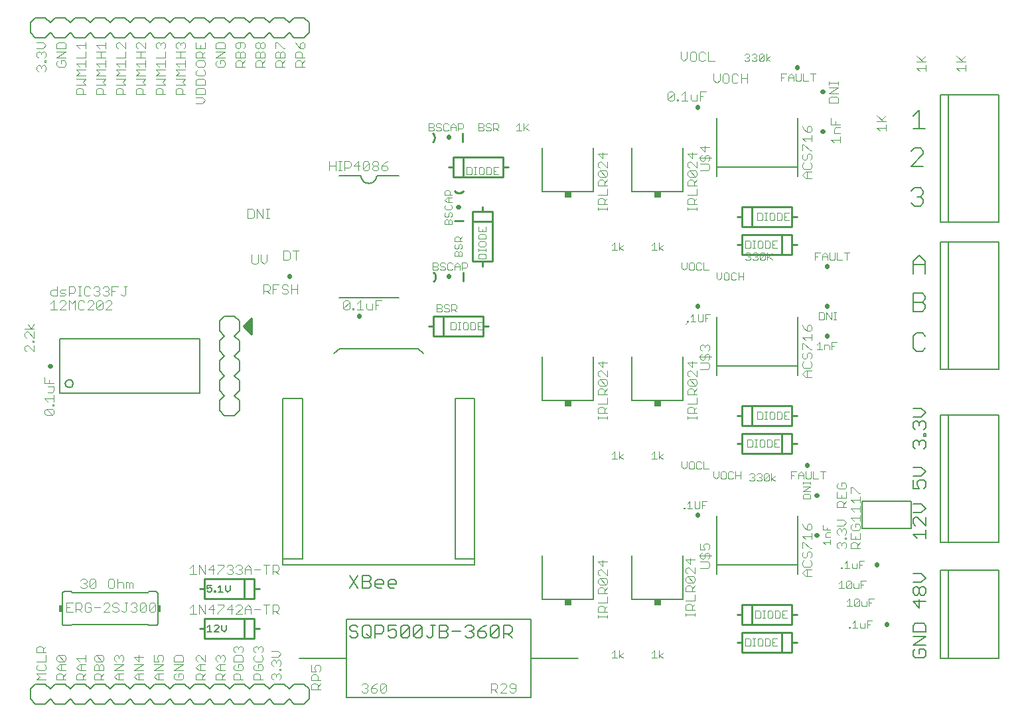
<source format=gto>
G75*
G70*
%OFA0B0*%
%FSLAX24Y24*%
%IPPOS*%
%LPD*%
%AMOC8*
5,1,8,0,0,1.08239X$1,22.5*
%
%ADD10C,0.0060*%
%ADD11C,0.0040*%
%ADD12C,0.0100*%
%ADD13C,0.0080*%
%ADD14C,0.0030*%
%ADD15C,0.0050*%
%ADD16C,0.0220*%
%ADD17R,0.0340X0.0300*%
%ADD18R,0.0160X0.0320*%
D10*
X004716Y004946D02*
X005066Y004946D01*
X005116Y004996D01*
X008916Y004996D01*
X008966Y004946D01*
X009316Y004946D01*
X009333Y004948D01*
X009350Y004952D01*
X009366Y004959D01*
X009380Y004969D01*
X009393Y004982D01*
X009403Y004996D01*
X009410Y005012D01*
X009414Y005029D01*
X009416Y005046D01*
X009416Y006546D01*
X009414Y006563D01*
X009410Y006580D01*
X009403Y006596D01*
X009393Y006610D01*
X009380Y006623D01*
X009366Y006633D01*
X009350Y006640D01*
X009333Y006644D01*
X009316Y006646D01*
X008966Y006646D01*
X008916Y006596D01*
X005116Y006596D01*
X005066Y006646D01*
X004716Y006646D01*
X004699Y006644D01*
X004682Y006640D01*
X004666Y006633D01*
X004652Y006623D01*
X004639Y006610D01*
X004629Y006596D01*
X004622Y006580D01*
X004618Y006563D01*
X004616Y006546D01*
X004616Y005046D01*
X004618Y005029D01*
X004622Y005012D01*
X004629Y004996D01*
X004639Y004982D01*
X004652Y004969D01*
X004666Y004959D01*
X004682Y004952D01*
X004699Y004948D01*
X004716Y004946D01*
X019046Y004860D02*
X019046Y004753D01*
X019152Y004646D01*
X019366Y004646D01*
X019473Y004540D01*
X019473Y004433D01*
X019366Y004326D01*
X019152Y004326D01*
X019046Y004433D01*
X019046Y004860D02*
X019152Y004967D01*
X019366Y004967D01*
X019473Y004860D01*
X019690Y004860D02*
X019797Y004967D01*
X020011Y004967D01*
X020117Y004860D01*
X020117Y004433D01*
X020011Y004326D01*
X019797Y004326D01*
X019690Y004433D01*
X019690Y004860D01*
X019904Y004540D02*
X020117Y004326D01*
X020335Y004326D02*
X020335Y004967D01*
X020655Y004967D01*
X020762Y004860D01*
X020762Y004646D01*
X020655Y004540D01*
X020335Y004540D01*
X020979Y004646D02*
X021193Y004753D01*
X021300Y004753D01*
X021406Y004646D01*
X021406Y004433D01*
X021300Y004326D01*
X021086Y004326D01*
X020979Y004433D01*
X020979Y004646D02*
X020979Y004967D01*
X021406Y004967D01*
X021624Y004860D02*
X021731Y004967D01*
X021944Y004967D01*
X022051Y004860D01*
X021624Y004433D01*
X021731Y004326D01*
X021944Y004326D01*
X022051Y004433D01*
X022051Y004860D01*
X022268Y004860D02*
X022375Y004967D01*
X022589Y004967D01*
X022695Y004860D01*
X022268Y004433D01*
X022375Y004326D01*
X022589Y004326D01*
X022695Y004433D01*
X022695Y004860D01*
X022268Y004860D02*
X022268Y004433D01*
X021624Y004433D02*
X021624Y004860D01*
X022913Y004433D02*
X023020Y004326D01*
X023126Y004326D01*
X023233Y004433D01*
X023233Y004967D01*
X023126Y004967D02*
X023340Y004967D01*
X023557Y004967D02*
X023878Y004967D01*
X023984Y004860D01*
X023984Y004753D01*
X023878Y004646D01*
X023557Y004646D01*
X023557Y004326D02*
X023878Y004326D01*
X023984Y004433D01*
X023984Y004540D01*
X023878Y004646D01*
X024202Y004646D02*
X024629Y004646D01*
X024846Y004433D02*
X024953Y004326D01*
X025167Y004326D01*
X025274Y004433D01*
X025274Y004540D01*
X025167Y004646D01*
X025060Y004646D01*
X025167Y004646D02*
X025274Y004753D01*
X025274Y004860D01*
X025167Y004967D01*
X024953Y004967D01*
X024846Y004860D01*
X025491Y004646D02*
X025811Y004646D01*
X025918Y004540D01*
X025918Y004433D01*
X025811Y004326D01*
X025598Y004326D01*
X025491Y004433D01*
X025491Y004646D01*
X025705Y004860D01*
X025918Y004967D01*
X026136Y004860D02*
X026136Y004433D01*
X026563Y004860D01*
X026563Y004433D01*
X026456Y004326D01*
X026242Y004326D01*
X026136Y004433D01*
X026136Y004860D02*
X026242Y004967D01*
X026456Y004967D01*
X026563Y004860D01*
X026780Y004967D02*
X027100Y004967D01*
X027207Y004860D01*
X027207Y004646D01*
X027100Y004540D01*
X026780Y004540D01*
X026994Y004540D02*
X027207Y004326D01*
X026780Y004326D02*
X026780Y004967D01*
X023557Y004967D02*
X023557Y004326D01*
X021300Y006826D02*
X021086Y006826D01*
X020979Y006933D01*
X020979Y007146D01*
X021086Y007253D01*
X021300Y007253D01*
X021406Y007146D01*
X021406Y007040D01*
X020979Y007040D01*
X020762Y007040D02*
X020335Y007040D01*
X020335Y007146D02*
X020442Y007253D01*
X020655Y007253D01*
X020762Y007146D01*
X020762Y007040D01*
X020655Y006826D02*
X020442Y006826D01*
X020335Y006933D01*
X020335Y007146D01*
X020117Y007040D02*
X020117Y006933D01*
X020011Y006826D01*
X019690Y006826D01*
X019690Y007467D01*
X020011Y007467D01*
X020117Y007360D01*
X020117Y007253D01*
X020011Y007146D01*
X019690Y007146D01*
X020011Y007146D02*
X020117Y007040D01*
X019473Y006826D02*
X019046Y007467D01*
X019473Y007467D02*
X019046Y006826D01*
X044786Y009816D02*
X047246Y009816D01*
X047246Y011178D01*
X044786Y011178D01*
X044786Y009816D01*
X047345Y010077D02*
X047452Y009971D01*
X047345Y010077D02*
X047345Y010291D01*
X047452Y010398D01*
X047559Y010398D01*
X047986Y009971D01*
X047986Y010398D01*
X047772Y010615D02*
X047986Y010829D01*
X047772Y011042D01*
X047345Y011042D01*
X047345Y010615D02*
X047772Y010615D01*
X047986Y009753D02*
X047986Y009326D01*
X047986Y009540D02*
X047345Y009540D01*
X047559Y009326D01*
X047772Y007542D02*
X047345Y007542D01*
X047345Y007115D02*
X047772Y007115D01*
X047986Y007329D01*
X047772Y007542D01*
X047772Y006898D02*
X047879Y006898D01*
X047986Y006791D01*
X047986Y006577D01*
X047879Y006471D01*
X047772Y006471D01*
X047666Y006577D01*
X047666Y006791D01*
X047772Y006898D01*
X047666Y006791D02*
X047559Y006898D01*
X047452Y006898D01*
X047345Y006791D01*
X047345Y006577D01*
X047452Y006471D01*
X047559Y006471D01*
X047666Y006577D01*
X047666Y006253D02*
X047666Y005826D01*
X047345Y006146D01*
X047986Y006146D01*
X047879Y005042D02*
X047452Y005042D01*
X047345Y004936D01*
X047345Y004615D01*
X047986Y004615D01*
X047986Y004936D01*
X047879Y005042D01*
X047986Y004398D02*
X047345Y004398D01*
X047345Y003971D02*
X047986Y004398D01*
X047986Y003971D02*
X047345Y003971D01*
X047452Y003753D02*
X047345Y003646D01*
X047345Y003433D01*
X047452Y003326D01*
X047879Y003326D01*
X047986Y003433D01*
X047986Y003646D01*
X047879Y003753D01*
X047666Y003753D01*
X047666Y003540D01*
X047666Y011826D02*
X047345Y011826D01*
X047345Y012253D01*
X047345Y012471D02*
X047772Y012471D01*
X047986Y012684D01*
X047772Y012898D01*
X047345Y012898D01*
X047666Y012253D02*
X047879Y012253D01*
X047986Y012146D01*
X047986Y011933D01*
X047879Y011826D01*
X047666Y011826D02*
X047559Y012040D01*
X047559Y012146D01*
X047666Y012253D01*
X047879Y013826D02*
X047986Y013933D01*
X047986Y014146D01*
X047879Y014253D01*
X047772Y014253D01*
X047666Y014146D01*
X047666Y014040D01*
X047666Y014146D02*
X047559Y014253D01*
X047452Y014253D01*
X047345Y014146D01*
X047345Y013933D01*
X047452Y013826D01*
X047879Y014471D02*
X047879Y014577D01*
X047986Y014577D01*
X047986Y014471D01*
X047879Y014471D01*
X047879Y014793D02*
X047986Y014900D01*
X047986Y015113D01*
X047879Y015220D01*
X047772Y015220D01*
X047666Y015113D01*
X047666Y015006D01*
X047666Y015113D02*
X047559Y015220D01*
X047452Y015220D01*
X047345Y015113D01*
X047345Y014900D01*
X047452Y014793D01*
X047345Y015438D02*
X047772Y015438D01*
X047986Y015651D01*
X047772Y015865D01*
X047345Y015865D01*
D11*
X042252Y017441D02*
X041945Y017441D01*
X041791Y017595D01*
X041945Y017748D01*
X042252Y017748D01*
X042175Y017902D02*
X042252Y017978D01*
X042252Y018132D01*
X042175Y018209D01*
X042175Y018362D02*
X042252Y018439D01*
X042252Y018592D01*
X042175Y018669D01*
X042098Y018669D01*
X042021Y018592D01*
X042021Y018439D01*
X041945Y018362D01*
X041868Y018362D01*
X041791Y018439D01*
X041791Y018592D01*
X041868Y018669D01*
X041791Y018822D02*
X041791Y019129D01*
X041868Y019129D01*
X042175Y018822D01*
X042252Y018822D01*
X042252Y019283D02*
X042252Y019590D01*
X042252Y019436D02*
X041791Y019436D01*
X041945Y019283D01*
X042021Y019743D02*
X042021Y019973D01*
X042098Y020050D01*
X042175Y020050D01*
X042252Y019973D01*
X042252Y019820D01*
X042175Y019743D01*
X042021Y019743D01*
X041868Y019897D01*
X041791Y020050D01*
X041868Y018209D02*
X041791Y018132D01*
X041791Y017978D01*
X041868Y017902D01*
X042175Y017902D01*
X042021Y017748D02*
X042021Y017441D01*
X037134Y017912D02*
X037057Y017835D01*
X036673Y017835D01*
X036496Y017771D02*
X036496Y017465D01*
X036189Y017771D01*
X036112Y017771D01*
X036035Y017695D01*
X036035Y017541D01*
X036112Y017465D01*
X036112Y017311D02*
X036419Y017004D01*
X036496Y017081D01*
X036496Y017234D01*
X036419Y017311D01*
X036112Y017311D01*
X036035Y017234D01*
X036035Y017081D01*
X036112Y017004D01*
X036419Y017004D01*
X036496Y016851D02*
X036342Y016697D01*
X036342Y016774D02*
X036342Y016544D01*
X036496Y016544D02*
X036035Y016544D01*
X036035Y016774D01*
X036112Y016851D01*
X036266Y016851D01*
X036342Y016774D01*
X036496Y016390D02*
X036496Y016083D01*
X036035Y016083D01*
X036112Y015930D02*
X036266Y015930D01*
X036342Y015853D01*
X036342Y015623D01*
X036342Y015777D02*
X036496Y015930D01*
X036496Y015623D02*
X036035Y015623D01*
X036035Y015853D01*
X036112Y015930D01*
X036035Y015470D02*
X036035Y015316D01*
X036035Y015393D02*
X036496Y015393D01*
X036496Y015316D02*
X036496Y015470D01*
X036266Y017925D02*
X036266Y018232D01*
X036496Y018155D02*
X036035Y018155D01*
X036266Y017925D01*
X036673Y018142D02*
X037057Y018142D01*
X037134Y018065D01*
X037134Y017912D01*
X037057Y018295D02*
X037134Y018372D01*
X037134Y018526D01*
X037057Y018602D01*
X036980Y018602D01*
X036903Y018526D01*
X036903Y018372D01*
X036827Y018295D01*
X036750Y018295D01*
X036673Y018372D01*
X036673Y018526D01*
X036750Y018602D01*
X036750Y018756D02*
X036673Y018833D01*
X036673Y018986D01*
X036750Y019063D01*
X036827Y019063D01*
X036903Y018986D01*
X036980Y019063D01*
X037057Y019063D01*
X037134Y018986D01*
X037134Y018833D01*
X037057Y018756D01*
X036903Y018909D02*
X036903Y018986D01*
X036596Y018449D02*
X037210Y018449D01*
X031996Y018155D02*
X031535Y018155D01*
X031766Y017925D01*
X031766Y018232D01*
X031689Y017771D02*
X031612Y017771D01*
X031535Y017695D01*
X031535Y017541D01*
X031612Y017465D01*
X031612Y017311D02*
X031919Y017004D01*
X031996Y017081D01*
X031996Y017234D01*
X031919Y017311D01*
X031612Y017311D01*
X031535Y017234D01*
X031535Y017081D01*
X031612Y017004D01*
X031919Y017004D01*
X031996Y016851D02*
X031842Y016697D01*
X031842Y016774D02*
X031842Y016544D01*
X031996Y016544D02*
X031535Y016544D01*
X031535Y016774D01*
X031612Y016851D01*
X031766Y016851D01*
X031842Y016774D01*
X031996Y016390D02*
X031996Y016083D01*
X031535Y016083D01*
X031612Y015930D02*
X031766Y015930D01*
X031842Y015853D01*
X031842Y015623D01*
X031842Y015777D02*
X031996Y015930D01*
X031996Y015623D02*
X031535Y015623D01*
X031535Y015853D01*
X031612Y015930D01*
X031535Y015470D02*
X031535Y015316D01*
X031535Y015393D02*
X031996Y015393D01*
X031996Y015316D02*
X031996Y015470D01*
X031996Y017465D02*
X031689Y017771D01*
X031996Y017771D02*
X031996Y017465D01*
X041791Y010050D02*
X041868Y009897D01*
X042021Y009743D01*
X042021Y009973D01*
X042098Y010050D01*
X042175Y010050D01*
X042252Y009973D01*
X042252Y009820D01*
X042175Y009743D01*
X042021Y009743D01*
X042252Y009590D02*
X042252Y009283D01*
X042252Y009436D02*
X041791Y009436D01*
X041945Y009283D01*
X041868Y009129D02*
X042175Y008822D01*
X042252Y008822D01*
X042175Y008669D02*
X042252Y008592D01*
X042252Y008439D01*
X042175Y008362D01*
X042175Y008209D02*
X042252Y008132D01*
X042252Y007978D01*
X042175Y007902D01*
X041868Y007902D01*
X041791Y007978D01*
X041791Y008132D01*
X041868Y008209D01*
X041868Y008362D02*
X041945Y008362D01*
X042021Y008439D01*
X042021Y008592D01*
X042098Y008669D01*
X042175Y008669D01*
X041868Y008669D02*
X041791Y008592D01*
X041791Y008439D01*
X041868Y008362D01*
X041945Y007748D02*
X042252Y007748D01*
X042021Y007748D02*
X042021Y007441D01*
X041945Y007441D02*
X041791Y007595D01*
X041945Y007748D01*
X041945Y007441D02*
X042252Y007441D01*
X041791Y008822D02*
X041791Y009129D01*
X041868Y009129D01*
X043535Y009046D02*
X043612Y009123D01*
X043689Y009123D01*
X043766Y009046D01*
X043842Y009123D01*
X043919Y009123D01*
X043996Y009046D01*
X043996Y008893D01*
X043919Y008816D01*
X043766Y008970D02*
X043766Y009046D01*
X043535Y009046D02*
X043535Y008893D01*
X043612Y008816D01*
X043919Y009277D02*
X043919Y009353D01*
X043996Y009353D01*
X043996Y009277D01*
X043919Y009277D01*
X043919Y009507D02*
X043996Y009583D01*
X043996Y009737D01*
X043919Y009814D01*
X043842Y009814D01*
X043766Y009737D01*
X043766Y009660D01*
X043766Y009737D02*
X043689Y009814D01*
X043612Y009814D01*
X043535Y009737D01*
X043535Y009583D01*
X043612Y009507D01*
X043535Y009967D02*
X043842Y009967D01*
X043996Y010121D01*
X043842Y010274D01*
X043535Y010274D01*
X043535Y010888D02*
X043535Y011118D01*
X043612Y011195D01*
X043766Y011195D01*
X043842Y011118D01*
X043842Y010888D01*
X043842Y011041D02*
X043996Y011195D01*
X043996Y011348D02*
X043535Y011348D01*
X043535Y011655D01*
X043612Y011809D02*
X043919Y011809D01*
X043996Y011885D01*
X043996Y012039D01*
X043919Y012115D01*
X043766Y012115D01*
X043766Y011962D01*
X043612Y012115D02*
X043535Y012039D01*
X043535Y011885D01*
X043612Y011809D01*
X043766Y011502D02*
X043766Y011348D01*
X043996Y011348D02*
X043996Y011655D01*
X044235Y011578D02*
X044235Y011885D01*
X044312Y011885D01*
X044619Y011578D01*
X044696Y011578D01*
X044696Y011425D02*
X044696Y011118D01*
X044696Y011271D02*
X044235Y011271D01*
X044389Y011118D01*
X044696Y010965D02*
X044696Y010658D01*
X044696Y010811D02*
X044235Y010811D01*
X044389Y010658D01*
X044696Y010504D02*
X044696Y010197D01*
X044696Y010351D02*
X044235Y010351D01*
X044389Y010197D01*
X044466Y010044D02*
X044466Y009890D01*
X044466Y010044D02*
X044619Y010044D01*
X044696Y009967D01*
X044696Y009814D01*
X044619Y009737D01*
X044312Y009737D01*
X044235Y009814D01*
X044235Y009967D01*
X044312Y010044D01*
X044235Y009583D02*
X044235Y009277D01*
X044696Y009277D01*
X044696Y009583D01*
X044466Y009430D02*
X044466Y009277D01*
X044466Y009123D02*
X044542Y009046D01*
X044542Y008816D01*
X044542Y008970D02*
X044696Y009123D01*
X044466Y009123D02*
X044312Y009123D01*
X044235Y009046D01*
X044235Y008816D01*
X044696Y008816D01*
X043996Y010888D02*
X043535Y010888D01*
X037134Y008986D02*
X037134Y008833D01*
X037057Y008756D01*
X037057Y008602D02*
X036980Y008602D01*
X036903Y008526D01*
X036903Y008372D01*
X036827Y008295D01*
X036750Y008295D01*
X036673Y008372D01*
X036673Y008526D01*
X036750Y008602D01*
X036673Y008756D02*
X036903Y008756D01*
X036827Y008909D01*
X036827Y008986D01*
X036903Y009063D01*
X037057Y009063D01*
X037134Y008986D01*
X037057Y008602D02*
X037134Y008526D01*
X037134Y008372D01*
X037057Y008295D01*
X037057Y008142D02*
X036673Y008142D01*
X036396Y008255D02*
X035935Y008255D01*
X036166Y008025D01*
X036166Y008332D01*
X036596Y008449D02*
X037210Y008449D01*
X037057Y008142D02*
X037134Y008065D01*
X037134Y007912D01*
X037057Y007835D01*
X036673Y007835D01*
X036396Y007871D02*
X036396Y007565D01*
X036089Y007871D01*
X036012Y007871D01*
X035935Y007795D01*
X035935Y007641D01*
X036012Y007565D01*
X036012Y007411D02*
X036319Y007104D01*
X036396Y007181D01*
X036396Y007334D01*
X036319Y007411D01*
X036012Y007411D01*
X035935Y007334D01*
X035935Y007181D01*
X036012Y007104D01*
X036319Y007104D01*
X036396Y006951D02*
X036242Y006797D01*
X036242Y006874D02*
X036242Y006644D01*
X036396Y006644D02*
X035935Y006644D01*
X035935Y006874D01*
X036012Y006951D01*
X036166Y006951D01*
X036242Y006874D01*
X036396Y006490D02*
X036396Y006183D01*
X035935Y006183D01*
X036012Y006030D02*
X035935Y005953D01*
X035935Y005723D01*
X036396Y005723D01*
X036396Y005570D02*
X036396Y005416D01*
X036396Y005493D02*
X035935Y005493D01*
X035935Y005416D02*
X035935Y005570D01*
X036242Y005723D02*
X036242Y005953D01*
X036166Y006030D01*
X036012Y006030D01*
X036242Y005877D02*
X036396Y006030D01*
X036673Y008756D02*
X036673Y009063D01*
X031996Y008155D02*
X031535Y008155D01*
X031766Y007925D01*
X031766Y008232D01*
X031689Y007771D02*
X031612Y007771D01*
X031535Y007695D01*
X031535Y007541D01*
X031612Y007465D01*
X031612Y007311D02*
X031919Y007004D01*
X031996Y007081D01*
X031996Y007234D01*
X031919Y007311D01*
X031612Y007311D01*
X031535Y007234D01*
X031535Y007081D01*
X031612Y007004D01*
X031919Y007004D01*
X031996Y006851D02*
X031842Y006697D01*
X031842Y006774D02*
X031842Y006544D01*
X031996Y006544D02*
X031535Y006544D01*
X031535Y006774D01*
X031612Y006851D01*
X031766Y006851D01*
X031842Y006774D01*
X031996Y006390D02*
X031996Y006083D01*
X031535Y006083D01*
X031612Y005930D02*
X031766Y005930D01*
X031842Y005853D01*
X031842Y005623D01*
X031842Y005777D02*
X031996Y005930D01*
X031996Y005623D02*
X031535Y005623D01*
X031535Y005853D01*
X031612Y005930D01*
X031535Y005470D02*
X031535Y005316D01*
X031535Y005393D02*
X031996Y005393D01*
X031996Y005316D02*
X031996Y005470D01*
X031996Y007465D02*
X031689Y007771D01*
X031996Y007771D02*
X031996Y007465D01*
X027305Y002027D02*
X027152Y002027D01*
X027075Y001950D01*
X027075Y001873D01*
X027152Y001796D01*
X027382Y001796D01*
X027382Y001643D02*
X027382Y001950D01*
X027305Y002027D01*
X026922Y001950D02*
X026845Y002027D01*
X026692Y002027D01*
X026615Y001950D01*
X026461Y001950D02*
X026461Y001796D01*
X026385Y001720D01*
X026155Y001720D01*
X026308Y001720D02*
X026461Y001566D01*
X026615Y001566D02*
X026922Y001873D01*
X026922Y001950D01*
X027075Y001643D02*
X027152Y001566D01*
X027305Y001566D01*
X027382Y001643D01*
X026922Y001566D02*
X026615Y001566D01*
X026461Y001950D02*
X026385Y002027D01*
X026155Y002027D01*
X026155Y001566D01*
X020882Y001643D02*
X020805Y001566D01*
X020652Y001566D01*
X020575Y001643D01*
X020882Y001950D01*
X020882Y001643D01*
X020575Y001643D02*
X020575Y001950D01*
X020652Y002027D01*
X020805Y002027D01*
X020882Y001950D01*
X020422Y002027D02*
X020268Y001950D01*
X020115Y001796D01*
X020345Y001796D01*
X020422Y001720D01*
X020422Y001643D01*
X020345Y001566D01*
X020192Y001566D01*
X020115Y001643D01*
X020115Y001796D01*
X019961Y001720D02*
X019961Y001643D01*
X019885Y001566D01*
X019731Y001566D01*
X019655Y001643D01*
X019808Y001796D02*
X019885Y001796D01*
X019961Y001720D01*
X019885Y001796D02*
X019961Y001873D01*
X019961Y001950D01*
X019885Y002027D01*
X019731Y002027D01*
X019655Y001950D01*
X017596Y002023D02*
X017442Y001870D01*
X017442Y001946D02*
X017442Y001716D01*
X017596Y001716D02*
X017135Y001716D01*
X017135Y001946D01*
X017212Y002023D01*
X017366Y002023D01*
X017442Y001946D01*
X017442Y002177D02*
X017442Y002407D01*
X017366Y002483D01*
X017212Y002483D01*
X017135Y002407D01*
X017135Y002177D01*
X017596Y002177D01*
X017519Y002637D02*
X017596Y002714D01*
X017596Y002867D01*
X017519Y002944D01*
X017366Y002944D01*
X017289Y002867D01*
X017289Y002790D01*
X017366Y002637D01*
X017135Y002637D01*
X017135Y002944D01*
X015596Y002983D02*
X015519Y002907D01*
X015596Y002983D02*
X015596Y003137D01*
X015519Y003214D01*
X015442Y003214D01*
X015366Y003137D01*
X015366Y003060D01*
X015366Y003137D02*
X015289Y003214D01*
X015212Y003214D01*
X015135Y003137D01*
X015135Y002983D01*
X015212Y002907D01*
X015519Y002753D02*
X015596Y002753D01*
X015596Y002677D01*
X015519Y002677D01*
X015519Y002753D01*
X015519Y002523D02*
X015596Y002446D01*
X015596Y002293D01*
X015519Y002216D01*
X015366Y002370D02*
X015366Y002446D01*
X015442Y002523D01*
X015519Y002523D01*
X015366Y002446D02*
X015289Y002523D01*
X015212Y002523D01*
X015135Y002446D01*
X015135Y002293D01*
X015212Y002216D01*
X014696Y002216D02*
X014235Y002216D01*
X014235Y002446D01*
X014312Y002523D01*
X014466Y002523D01*
X014542Y002446D01*
X014542Y002216D01*
X014619Y002677D02*
X014312Y002677D01*
X014235Y002753D01*
X014235Y002907D01*
X014312Y002983D01*
X014466Y002983D02*
X014466Y002830D01*
X014466Y002983D02*
X014619Y002983D01*
X014696Y002907D01*
X014696Y002753D01*
X014619Y002677D01*
X014619Y003137D02*
X014312Y003137D01*
X014235Y003214D01*
X014235Y003367D01*
X014312Y003444D01*
X014312Y003597D02*
X014235Y003674D01*
X014235Y003827D01*
X014312Y003904D01*
X014389Y003904D01*
X014466Y003827D01*
X014542Y003904D01*
X014619Y003904D01*
X014696Y003827D01*
X014696Y003674D01*
X014619Y003597D01*
X014619Y003444D02*
X014696Y003367D01*
X014696Y003214D01*
X014619Y003137D01*
X015135Y003367D02*
X015442Y003367D01*
X015596Y003521D01*
X015442Y003674D01*
X015135Y003674D01*
X014466Y003751D02*
X014466Y003827D01*
X013696Y003827D02*
X013696Y003674D01*
X013619Y003597D01*
X013619Y003444D02*
X013312Y003444D01*
X013235Y003367D01*
X013235Y003137D01*
X013696Y003137D01*
X013696Y003367D01*
X013619Y003444D01*
X013466Y003751D02*
X013466Y003827D01*
X013542Y003904D01*
X013619Y003904D01*
X013696Y003827D01*
X013466Y003827D02*
X013389Y003904D01*
X013312Y003904D01*
X013235Y003827D01*
X013235Y003674D01*
X013312Y003597D01*
X012796Y003367D02*
X012796Y003214D01*
X012719Y003137D01*
X012796Y002983D02*
X012489Y002983D01*
X012335Y002830D01*
X012489Y002677D01*
X012796Y002677D01*
X012796Y002523D02*
X012642Y002370D01*
X012642Y002446D02*
X012642Y002216D01*
X012796Y002216D02*
X012335Y002216D01*
X012335Y002446D01*
X012412Y002523D01*
X012566Y002523D01*
X012642Y002446D01*
X012566Y002677D02*
X012566Y002983D01*
X012412Y003137D02*
X012335Y003214D01*
X012335Y003367D01*
X012412Y003444D01*
X012489Y003444D01*
X012566Y003367D01*
X012642Y003444D01*
X012719Y003444D01*
X012796Y003367D01*
X012566Y003367D02*
X012566Y003290D01*
X013235Y002907D02*
X013312Y002983D01*
X013235Y002907D02*
X013235Y002753D01*
X013312Y002677D01*
X013619Y002677D01*
X013696Y002753D01*
X013696Y002907D01*
X013619Y002983D01*
X013466Y002983D01*
X013466Y002830D01*
X013466Y002523D02*
X013542Y002446D01*
X013542Y002216D01*
X013696Y002216D02*
X013235Y002216D01*
X013235Y002446D01*
X013312Y002523D01*
X013466Y002523D01*
X011796Y002523D02*
X011642Y002370D01*
X011642Y002446D02*
X011642Y002216D01*
X011796Y002216D02*
X011335Y002216D01*
X011335Y002446D01*
X011412Y002523D01*
X011566Y002523D01*
X011642Y002446D01*
X011566Y002677D02*
X011566Y002983D01*
X011489Y002983D02*
X011796Y002983D01*
X011796Y003137D02*
X011489Y003444D01*
X011412Y003444D01*
X011335Y003367D01*
X011335Y003214D01*
X011412Y003137D01*
X011489Y002983D02*
X011335Y002830D01*
X011489Y002677D01*
X011796Y002677D01*
X011796Y003137D02*
X011796Y003444D01*
X010696Y003367D02*
X010696Y003137D01*
X010235Y003137D01*
X010235Y003367D01*
X010312Y003444D01*
X010619Y003444D01*
X010696Y003367D01*
X010696Y002983D02*
X010235Y002983D01*
X010235Y002677D02*
X010696Y002983D01*
X010696Y002677D02*
X010235Y002677D01*
X010312Y002523D02*
X010235Y002446D01*
X010235Y002293D01*
X010312Y002216D01*
X010619Y002216D01*
X010696Y002293D01*
X010696Y002446D01*
X010619Y002523D01*
X010466Y002523D01*
X010466Y002370D01*
X009696Y002523D02*
X009389Y002523D01*
X009235Y002370D01*
X009389Y002216D01*
X009696Y002216D01*
X009466Y002216D02*
X009466Y002523D01*
X009696Y002677D02*
X009235Y002677D01*
X009696Y002983D01*
X009235Y002983D01*
X009235Y003137D02*
X009466Y003137D01*
X009389Y003290D01*
X009389Y003367D01*
X009466Y003444D01*
X009619Y003444D01*
X009696Y003367D01*
X009696Y003214D01*
X009619Y003137D01*
X009235Y003137D02*
X009235Y003444D01*
X008696Y003367D02*
X008235Y003367D01*
X008466Y003137D01*
X008466Y003444D01*
X008696Y002983D02*
X008235Y002983D01*
X008235Y002677D02*
X008696Y002983D01*
X008696Y002677D02*
X008235Y002677D01*
X008389Y002523D02*
X008235Y002370D01*
X008389Y002216D01*
X008696Y002216D01*
X008466Y002216D02*
X008466Y002523D01*
X008389Y002523D02*
X008696Y002523D01*
X007696Y002523D02*
X007389Y002523D01*
X007235Y002370D01*
X007389Y002216D01*
X007696Y002216D01*
X007466Y002216D02*
X007466Y002523D01*
X007696Y002677D02*
X007235Y002677D01*
X007696Y002983D01*
X007235Y002983D01*
X007312Y003137D02*
X007235Y003214D01*
X007235Y003367D01*
X007312Y003444D01*
X007389Y003444D01*
X007466Y003367D01*
X007542Y003444D01*
X007619Y003444D01*
X007696Y003367D01*
X007696Y003214D01*
X007619Y003137D01*
X007466Y003290D02*
X007466Y003367D01*
X006696Y003367D02*
X006696Y003214D01*
X006619Y003137D01*
X006312Y003444D01*
X006619Y003444D01*
X006696Y003367D01*
X006619Y003137D02*
X006312Y003137D01*
X006235Y003214D01*
X006235Y003367D01*
X006312Y003444D01*
X006312Y002983D02*
X006389Y002983D01*
X006466Y002907D01*
X006466Y002677D01*
X006466Y002523D02*
X006542Y002446D01*
X006542Y002216D01*
X006542Y002370D02*
X006696Y002523D01*
X006696Y002677D02*
X006235Y002677D01*
X006235Y002907D01*
X006312Y002983D01*
X006466Y002907D02*
X006542Y002983D01*
X006619Y002983D01*
X006696Y002907D01*
X006696Y002677D01*
X006466Y002523D02*
X006312Y002523D01*
X006235Y002446D01*
X006235Y002216D01*
X006696Y002216D01*
X005796Y002216D02*
X005335Y002216D01*
X005335Y002446D01*
X005412Y002523D01*
X005566Y002523D01*
X005642Y002446D01*
X005642Y002216D01*
X005642Y002370D02*
X005796Y002523D01*
X005796Y002677D02*
X005489Y002677D01*
X005335Y002830D01*
X005489Y002983D01*
X005796Y002983D01*
X005796Y003137D02*
X005796Y003444D01*
X005796Y003290D02*
X005335Y003290D01*
X005489Y003137D01*
X005566Y002983D02*
X005566Y002677D01*
X004796Y002677D02*
X004489Y002677D01*
X004335Y002830D01*
X004489Y002983D01*
X004796Y002983D01*
X004719Y003137D02*
X004412Y003444D01*
X004719Y003444D01*
X004796Y003367D01*
X004796Y003214D01*
X004719Y003137D01*
X004412Y003137D01*
X004335Y003214D01*
X004335Y003367D01*
X004412Y003444D01*
X004566Y002983D02*
X004566Y002677D01*
X004566Y002523D02*
X004642Y002446D01*
X004642Y002216D01*
X004642Y002370D02*
X004796Y002523D01*
X004566Y002523D02*
X004412Y002523D01*
X004335Y002446D01*
X004335Y002216D01*
X004796Y002216D01*
X003796Y002216D02*
X003335Y002216D01*
X003489Y002370D01*
X003335Y002523D01*
X003796Y002523D01*
X003719Y002677D02*
X003412Y002677D01*
X003335Y002753D01*
X003335Y002907D01*
X003412Y002983D01*
X003335Y003137D02*
X003796Y003137D01*
X003796Y003444D01*
X003796Y003597D02*
X003335Y003597D01*
X003335Y003827D01*
X003412Y003904D01*
X003566Y003904D01*
X003642Y003827D01*
X003642Y003597D01*
X003642Y003751D02*
X003796Y003904D01*
X003719Y002983D02*
X003796Y002907D01*
X003796Y002753D01*
X003719Y002677D01*
X004836Y005616D02*
X005143Y005616D01*
X005296Y005616D02*
X005296Y006077D01*
X005526Y006077D01*
X005603Y006000D01*
X005603Y005846D01*
X005526Y005770D01*
X005296Y005770D01*
X005450Y005770D02*
X005603Y005616D01*
X005756Y005693D02*
X005756Y006000D01*
X005833Y006077D01*
X005987Y006077D01*
X006063Y006000D01*
X006063Y005846D02*
X005910Y005846D01*
X006063Y005846D02*
X006063Y005693D01*
X005987Y005616D01*
X005833Y005616D01*
X005756Y005693D01*
X006217Y005846D02*
X006524Y005846D01*
X006677Y006000D02*
X006754Y006077D01*
X006907Y006077D01*
X006984Y006000D01*
X006984Y005923D01*
X006677Y005616D01*
X006984Y005616D01*
X007138Y005693D02*
X007214Y005616D01*
X007368Y005616D01*
X007444Y005693D01*
X007444Y005770D01*
X007368Y005846D01*
X007214Y005846D01*
X007138Y005923D01*
X007138Y006000D01*
X007214Y006077D01*
X007368Y006077D01*
X007444Y006000D01*
X007751Y006077D02*
X007905Y006077D01*
X007828Y006077D02*
X007828Y005693D01*
X007751Y005616D01*
X007675Y005616D01*
X007598Y005693D01*
X008058Y005693D02*
X008135Y005616D01*
X008288Y005616D01*
X008365Y005693D01*
X008365Y005770D01*
X008288Y005846D01*
X008212Y005846D01*
X008288Y005846D02*
X008365Y005923D01*
X008365Y006000D01*
X008288Y006077D01*
X008135Y006077D01*
X008058Y006000D01*
X008519Y006000D02*
X008519Y005693D01*
X008825Y006000D01*
X008825Y005693D01*
X008749Y005616D01*
X008595Y005616D01*
X008519Y005693D01*
X008519Y006000D02*
X008595Y006077D01*
X008749Y006077D01*
X008825Y006000D01*
X008979Y006000D02*
X008979Y005693D01*
X009286Y006000D01*
X009286Y005693D01*
X009209Y005616D01*
X009056Y005616D01*
X008979Y005693D01*
X008979Y006000D02*
X009056Y006077D01*
X009209Y006077D01*
X009286Y006000D01*
X008144Y006816D02*
X008144Y007046D01*
X008068Y007123D01*
X007991Y007046D01*
X007991Y006816D01*
X007838Y006816D02*
X007838Y007123D01*
X007914Y007123D01*
X007991Y007046D01*
X007684Y007046D02*
X007684Y006816D01*
X007684Y007046D02*
X007607Y007123D01*
X007454Y007123D01*
X007377Y007046D01*
X007224Y006893D02*
X007224Y007200D01*
X007147Y007277D01*
X006994Y007277D01*
X006917Y007200D01*
X006917Y006893D01*
X006994Y006816D01*
X007147Y006816D01*
X007224Y006893D01*
X007377Y006816D02*
X007377Y007277D01*
X006303Y007200D02*
X006303Y006893D01*
X006226Y006816D01*
X006073Y006816D01*
X005996Y006893D01*
X006303Y007200D01*
X006226Y007277D01*
X006073Y007277D01*
X005996Y007200D01*
X005996Y006893D01*
X005843Y006893D02*
X005766Y006816D01*
X005612Y006816D01*
X005536Y006893D01*
X005689Y007046D02*
X005766Y007046D01*
X005843Y006970D01*
X005843Y006893D01*
X005766Y007046D02*
X005843Y007123D01*
X005843Y007200D01*
X005766Y007277D01*
X005612Y007277D01*
X005536Y007200D01*
X005143Y006077D02*
X004836Y006077D01*
X004836Y005616D01*
X004836Y005846D02*
X004989Y005846D01*
X011036Y005823D02*
X011189Y005977D01*
X011189Y005516D01*
X011036Y005516D02*
X011343Y005516D01*
X011496Y005516D02*
X011496Y005977D01*
X011803Y005516D01*
X011803Y005977D01*
X011956Y005746D02*
X012263Y005746D01*
X012417Y005593D02*
X012417Y005516D01*
X012417Y005593D02*
X012724Y005900D01*
X012724Y005977D01*
X012417Y005977D01*
X012187Y005977D02*
X011956Y005746D01*
X012187Y005516D02*
X012187Y005977D01*
X012877Y005746D02*
X013184Y005746D01*
X013338Y005900D02*
X013414Y005977D01*
X013568Y005977D01*
X013644Y005900D01*
X013644Y005823D01*
X013338Y005516D01*
X013644Y005516D01*
X013798Y005516D02*
X013798Y005823D01*
X013951Y005977D01*
X014105Y005823D01*
X014105Y005516D01*
X014105Y005746D02*
X013798Y005746D01*
X014258Y005746D02*
X014565Y005746D01*
X014719Y005977D02*
X015025Y005977D01*
X014872Y005977D02*
X014872Y005516D01*
X015179Y005516D02*
X015179Y005977D01*
X015409Y005977D01*
X015486Y005900D01*
X015486Y005746D01*
X015409Y005670D01*
X015179Y005670D01*
X015332Y005670D02*
X015486Y005516D01*
X013107Y005516D02*
X013107Y005977D01*
X012877Y005746D01*
X012954Y007516D02*
X012877Y007593D01*
X012954Y007516D02*
X013107Y007516D01*
X013184Y007593D01*
X013184Y007670D01*
X013107Y007746D01*
X013031Y007746D01*
X013107Y007746D02*
X013184Y007823D01*
X013184Y007900D01*
X013107Y007977D01*
X012954Y007977D01*
X012877Y007900D01*
X012724Y007900D02*
X012417Y007593D01*
X012417Y007516D01*
X012187Y007516D02*
X012187Y007977D01*
X011956Y007746D01*
X012263Y007746D01*
X012417Y007977D02*
X012724Y007977D01*
X012724Y007900D01*
X013338Y007900D02*
X013414Y007977D01*
X013568Y007977D01*
X013644Y007900D01*
X013644Y007823D01*
X013568Y007746D01*
X013644Y007670D01*
X013644Y007593D01*
X013568Y007516D01*
X013414Y007516D01*
X013338Y007593D01*
X013491Y007746D02*
X013568Y007746D01*
X013798Y007746D02*
X014105Y007746D01*
X014105Y007823D02*
X014105Y007516D01*
X014258Y007746D02*
X014565Y007746D01*
X014719Y007977D02*
X015025Y007977D01*
X014872Y007977D02*
X014872Y007516D01*
X015179Y007516D02*
X015179Y007977D01*
X015409Y007977D01*
X015486Y007900D01*
X015486Y007746D01*
X015409Y007670D01*
X015179Y007670D01*
X015332Y007670D02*
X015486Y007516D01*
X014105Y007823D02*
X013951Y007977D01*
X013798Y007823D01*
X013798Y007516D01*
X011803Y007516D02*
X011803Y007977D01*
X011496Y007977D02*
X011803Y007516D01*
X011496Y007516D02*
X011496Y007977D01*
X011189Y007977D02*
X011189Y007516D01*
X011036Y007516D02*
X011343Y007516D01*
X011036Y007823D02*
X011189Y007977D01*
X004119Y015516D02*
X003812Y015823D01*
X004119Y015823D01*
X004196Y015746D01*
X004196Y015593D01*
X004119Y015516D01*
X003812Y015516D01*
X003735Y015593D01*
X003735Y015746D01*
X003812Y015823D01*
X004119Y015977D02*
X004119Y016053D01*
X004196Y016053D01*
X004196Y015977D01*
X004119Y015977D01*
X004196Y016207D02*
X004196Y016514D01*
X004196Y016360D02*
X003735Y016360D01*
X003889Y016207D01*
X003889Y016667D02*
X004119Y016667D01*
X004196Y016744D01*
X004196Y016974D01*
X003889Y016974D01*
X003966Y017127D02*
X003966Y017281D01*
X004196Y017127D02*
X003735Y017127D01*
X003735Y017434D01*
X003196Y018716D02*
X002889Y019023D01*
X002812Y019023D01*
X002735Y018946D01*
X002735Y018793D01*
X002812Y018716D01*
X003196Y018716D02*
X003196Y019023D01*
X003196Y019177D02*
X003196Y019253D01*
X003119Y019253D01*
X003119Y019177D01*
X003196Y019177D01*
X003196Y019407D02*
X002889Y019714D01*
X002812Y019714D01*
X002735Y019637D01*
X002735Y019483D01*
X002812Y019407D01*
X003196Y019407D02*
X003196Y019714D01*
X003196Y019867D02*
X002735Y019867D01*
X002889Y020097D02*
X003042Y019867D01*
X003196Y020097D01*
X004036Y020816D02*
X004343Y020816D01*
X004496Y020816D02*
X004803Y021123D01*
X004803Y021200D01*
X004726Y021277D01*
X004573Y021277D01*
X004496Y021200D01*
X004189Y021277D02*
X004189Y020816D01*
X004496Y020816D02*
X004803Y020816D01*
X004956Y020816D02*
X004956Y021277D01*
X005110Y021123D01*
X005263Y021277D01*
X005263Y020816D01*
X005417Y020893D02*
X005494Y020816D01*
X005647Y020816D01*
X005724Y020893D01*
X005877Y020816D02*
X006184Y021123D01*
X006184Y021200D01*
X006107Y021277D01*
X005954Y021277D01*
X005877Y021200D01*
X005724Y021200D02*
X005647Y021277D01*
X005494Y021277D01*
X005417Y021200D01*
X005417Y020893D01*
X005877Y020816D02*
X006184Y020816D01*
X006338Y020893D02*
X006644Y021200D01*
X006644Y020893D01*
X006568Y020816D01*
X006414Y020816D01*
X006338Y020893D01*
X006338Y021200D01*
X006414Y021277D01*
X006568Y021277D01*
X006644Y021200D01*
X006798Y021200D02*
X006875Y021277D01*
X007028Y021277D01*
X007105Y021200D01*
X007105Y021123D01*
X006798Y020816D01*
X007105Y020816D01*
X007105Y021516D02*
X007105Y021977D01*
X007412Y021977D01*
X007258Y021746D02*
X007105Y021746D01*
X006951Y021670D02*
X006951Y021593D01*
X006875Y021516D01*
X006721Y021516D01*
X006644Y021593D01*
X006491Y021593D02*
X006414Y021516D01*
X006261Y021516D01*
X006184Y021593D01*
X006031Y021593D02*
X005954Y021516D01*
X005800Y021516D01*
X005724Y021593D01*
X005724Y021900D01*
X005800Y021977D01*
X005954Y021977D01*
X006031Y021900D01*
X006184Y021900D02*
X006261Y021977D01*
X006414Y021977D01*
X006491Y021900D01*
X006491Y021823D01*
X006414Y021746D01*
X006491Y021670D01*
X006491Y021593D01*
X006414Y021746D02*
X006337Y021746D01*
X006644Y021900D02*
X006721Y021977D01*
X006875Y021977D01*
X006951Y021900D01*
X006951Y021823D01*
X006875Y021746D01*
X006951Y021670D01*
X006875Y021746D02*
X006798Y021746D01*
X007565Y021593D02*
X007642Y021516D01*
X007719Y021516D01*
X007795Y021593D01*
X007795Y021977D01*
X007719Y021977D02*
X007872Y021977D01*
X005570Y021977D02*
X005417Y021977D01*
X005494Y021977D02*
X005494Y021516D01*
X005570Y021516D02*
X005417Y021516D01*
X005187Y021670D02*
X004956Y021670D01*
X004956Y021516D02*
X004956Y021977D01*
X005187Y021977D01*
X005263Y021900D01*
X005263Y021746D01*
X005187Y021670D01*
X004803Y021593D02*
X004726Y021670D01*
X004573Y021670D01*
X004496Y021746D01*
X004573Y021823D01*
X004803Y021823D01*
X004803Y021593D02*
X004726Y021516D01*
X004496Y021516D01*
X004343Y021516D02*
X004112Y021516D01*
X004036Y021593D01*
X004036Y021746D01*
X004112Y021823D01*
X004343Y021823D01*
X004343Y021977D02*
X004343Y021516D01*
X004189Y021277D02*
X004036Y021123D01*
X013936Y025416D02*
X014166Y025416D01*
X014243Y025493D01*
X014243Y025800D01*
X014166Y025877D01*
X013936Y025877D01*
X013936Y025416D01*
X014396Y025416D02*
X014396Y025877D01*
X014703Y025416D01*
X014703Y025877D01*
X014856Y025877D02*
X015010Y025877D01*
X014933Y025877D02*
X014933Y025416D01*
X014856Y025416D02*
X015010Y025416D01*
X015736Y023777D02*
X015966Y023777D01*
X016043Y023700D01*
X016043Y023393D01*
X015966Y023316D01*
X015736Y023316D01*
X015736Y023777D01*
X016196Y023777D02*
X016503Y023777D01*
X016350Y023777D02*
X016350Y023316D01*
X016424Y022077D02*
X016424Y021616D01*
X016424Y021846D02*
X016117Y021846D01*
X015963Y021770D02*
X015963Y021693D01*
X015887Y021616D01*
X015733Y021616D01*
X015656Y021693D01*
X015733Y021846D02*
X015887Y021846D01*
X015963Y021770D01*
X016117Y021616D02*
X016117Y022077D01*
X015963Y022000D02*
X015887Y022077D01*
X015733Y022077D01*
X015656Y022000D01*
X015656Y021923D01*
X015733Y021846D01*
X015503Y022077D02*
X015196Y022077D01*
X015196Y021616D01*
X015043Y021616D02*
X014889Y021770D01*
X014966Y021770D02*
X014736Y021770D01*
X014736Y021616D02*
X014736Y022077D01*
X014966Y022077D01*
X015043Y022000D01*
X015043Y021846D01*
X014966Y021770D01*
X015196Y021846D02*
X015350Y021846D01*
X014750Y023116D02*
X014596Y023270D01*
X014596Y023577D01*
X014443Y023577D02*
X014443Y023193D01*
X014366Y023116D01*
X014212Y023116D01*
X014136Y023193D01*
X014136Y023577D01*
X014903Y023577D02*
X014903Y023270D01*
X014750Y023116D01*
X018736Y021200D02*
X018736Y020893D01*
X019043Y021200D01*
X019043Y020893D01*
X018966Y020816D01*
X018812Y020816D01*
X018736Y020893D01*
X018736Y021200D02*
X018812Y021277D01*
X018966Y021277D01*
X019043Y021200D01*
X019196Y020893D02*
X019273Y020893D01*
X019273Y020816D01*
X019196Y020816D01*
X019196Y020893D01*
X019426Y020816D02*
X019733Y020816D01*
X019580Y020816D02*
X019580Y021277D01*
X019426Y021123D01*
X019887Y021123D02*
X019887Y020893D01*
X019963Y020816D01*
X020194Y020816D01*
X020194Y021123D01*
X020347Y021046D02*
X020500Y021046D01*
X020347Y020816D02*
X020347Y021277D01*
X020654Y021277D01*
X020721Y027816D02*
X020875Y027816D01*
X020951Y027893D01*
X020951Y027970D01*
X020875Y028046D01*
X020644Y028046D01*
X020644Y027893D01*
X020721Y027816D01*
X020491Y027893D02*
X020414Y027816D01*
X020261Y027816D01*
X020184Y027893D01*
X020184Y027970D01*
X020261Y028046D01*
X020414Y028046D01*
X020491Y027970D01*
X020491Y027893D01*
X020414Y028046D02*
X020491Y028123D01*
X020491Y028200D01*
X020414Y028277D01*
X020261Y028277D01*
X020184Y028200D01*
X020184Y028123D01*
X020261Y028046D01*
X020031Y027893D02*
X019954Y027816D01*
X019800Y027816D01*
X019724Y027893D01*
X020031Y028200D01*
X020031Y027893D01*
X020031Y028200D02*
X019954Y028277D01*
X019800Y028277D01*
X019724Y028200D01*
X019724Y027893D01*
X019570Y028046D02*
X019263Y028046D01*
X019494Y028277D01*
X019494Y027816D01*
X019110Y028046D02*
X019110Y028200D01*
X019033Y028277D01*
X018803Y028277D01*
X018803Y027816D01*
X018650Y027816D02*
X018496Y027816D01*
X018573Y027816D02*
X018573Y028277D01*
X018496Y028277D02*
X018650Y028277D01*
X018343Y028277D02*
X018343Y027816D01*
X018343Y028046D02*
X018036Y028046D01*
X018036Y027816D02*
X018036Y028277D01*
X018803Y027970D02*
X019033Y027970D01*
X019110Y028046D01*
X020644Y028046D02*
X020798Y028200D01*
X020951Y028277D01*
X016796Y033035D02*
X016335Y033035D01*
X016335Y033265D01*
X016412Y033342D01*
X016566Y033342D01*
X016642Y033265D01*
X016642Y033035D01*
X016642Y033189D02*
X016796Y033342D01*
X016796Y033495D02*
X016335Y033495D01*
X016335Y033726D01*
X016412Y033802D01*
X016566Y033802D01*
X016642Y033726D01*
X016642Y033495D01*
X015796Y033495D02*
X015796Y033726D01*
X015719Y033802D01*
X015642Y033802D01*
X015566Y033726D01*
X015566Y033495D01*
X015566Y033342D02*
X015642Y033265D01*
X015642Y033035D01*
X015642Y033189D02*
X015796Y033342D01*
X015796Y033495D02*
X015335Y033495D01*
X015335Y033726D01*
X015412Y033802D01*
X015489Y033802D01*
X015566Y033726D01*
X015719Y033956D02*
X015412Y034263D01*
X015335Y034263D01*
X015335Y033956D01*
X015719Y033956D02*
X015796Y033956D01*
X016335Y034263D02*
X016412Y034109D01*
X016566Y033956D01*
X016566Y034186D01*
X016642Y034263D01*
X016719Y034263D01*
X016796Y034186D01*
X016796Y034032D01*
X016719Y033956D01*
X016566Y033956D01*
X015566Y033342D02*
X015412Y033342D01*
X015335Y033265D01*
X015335Y033035D01*
X015796Y033035D01*
X014796Y033035D02*
X014335Y033035D01*
X014335Y033265D01*
X014412Y033342D01*
X014566Y033342D01*
X014642Y033265D01*
X014642Y033035D01*
X014642Y033189D02*
X014796Y033342D01*
X014796Y033495D02*
X014796Y033726D01*
X014719Y033802D01*
X014642Y033802D01*
X014566Y033726D01*
X014566Y033495D01*
X014796Y033495D02*
X014335Y033495D01*
X014335Y033726D01*
X014412Y033802D01*
X014489Y033802D01*
X014566Y033726D01*
X014642Y033956D02*
X014566Y034032D01*
X014566Y034186D01*
X014642Y034263D01*
X014719Y034263D01*
X014796Y034186D01*
X014796Y034032D01*
X014719Y033956D01*
X014642Y033956D01*
X014566Y034032D02*
X014489Y033956D01*
X014412Y033956D01*
X014335Y034032D01*
X014335Y034186D01*
X014412Y034263D01*
X014489Y034263D01*
X014566Y034186D01*
X013796Y034186D02*
X013719Y034263D01*
X013412Y034263D01*
X013335Y034186D01*
X013335Y034032D01*
X013412Y033956D01*
X013489Y033956D01*
X013566Y034032D01*
X013566Y034263D01*
X013796Y034186D02*
X013796Y034032D01*
X013719Y033956D01*
X013719Y033802D02*
X013796Y033726D01*
X013796Y033495D01*
X013335Y033495D01*
X013335Y033726D01*
X013412Y033802D01*
X013489Y033802D01*
X013566Y033726D01*
X013566Y033495D01*
X013566Y033342D02*
X013642Y033265D01*
X013642Y033035D01*
X013642Y033189D02*
X013796Y033342D01*
X013566Y033342D02*
X013412Y033342D01*
X013335Y033265D01*
X013335Y033035D01*
X013796Y033035D01*
X013566Y033726D02*
X013642Y033802D01*
X013719Y033802D01*
X012796Y033802D02*
X012335Y033802D01*
X012335Y033956D02*
X012335Y034186D01*
X012412Y034263D01*
X012719Y034263D01*
X012796Y034186D01*
X012796Y033956D01*
X012335Y033956D01*
X012335Y033495D02*
X012796Y033802D01*
X012796Y033495D02*
X012335Y033495D01*
X012412Y033342D02*
X012335Y033265D01*
X012335Y033112D01*
X012412Y033035D01*
X012719Y033035D01*
X012796Y033112D01*
X012796Y033265D01*
X012719Y033342D01*
X012566Y033342D01*
X012566Y033189D01*
X011796Y033112D02*
X011796Y033265D01*
X011719Y033342D01*
X011412Y033342D01*
X011335Y033265D01*
X011335Y033112D01*
X011412Y033035D01*
X011719Y033035D01*
X011796Y033112D01*
X011719Y032881D02*
X011796Y032805D01*
X011796Y032651D01*
X011719Y032575D01*
X011412Y032575D01*
X011335Y032651D01*
X011335Y032805D01*
X011412Y032881D01*
X010796Y032881D02*
X010335Y032881D01*
X010489Y032728D01*
X010335Y032575D01*
X010796Y032575D01*
X010796Y032421D02*
X010335Y032421D01*
X010335Y032114D02*
X010796Y032114D01*
X010642Y032268D01*
X010796Y032421D01*
X010566Y031961D02*
X010412Y031961D01*
X010335Y031884D01*
X010335Y031654D01*
X010796Y031654D01*
X010642Y031654D02*
X010642Y031884D01*
X010566Y031961D01*
X011335Y031884D02*
X011335Y031654D01*
X011796Y031654D01*
X011796Y031884D01*
X011719Y031961D01*
X011412Y031961D01*
X011335Y031884D01*
X011335Y032114D02*
X011335Y032344D01*
X011412Y032421D01*
X011719Y032421D01*
X011796Y032344D01*
X011796Y032114D01*
X011335Y032114D01*
X011335Y031500D02*
X011642Y031500D01*
X011796Y031347D01*
X011642Y031194D01*
X011335Y031194D01*
X009796Y031654D02*
X009335Y031654D01*
X009335Y031884D01*
X009412Y031961D01*
X009566Y031961D01*
X009642Y031884D01*
X009642Y031654D01*
X009796Y032114D02*
X009335Y032114D01*
X009335Y032421D02*
X009796Y032421D01*
X009642Y032268D01*
X009796Y032114D01*
X009796Y032575D02*
X009335Y032575D01*
X009489Y032728D01*
X009335Y032881D01*
X009796Y032881D01*
X009796Y033035D02*
X009796Y033342D01*
X009796Y033495D02*
X009796Y033802D01*
X009719Y033956D02*
X009796Y034032D01*
X009796Y034186D01*
X009719Y034263D01*
X009642Y034263D01*
X009566Y034186D01*
X009566Y034109D01*
X009566Y034186D02*
X009489Y034263D01*
X009412Y034263D01*
X009335Y034186D01*
X009335Y034032D01*
X009412Y033956D01*
X010335Y034032D02*
X010335Y034186D01*
X010412Y034263D01*
X010489Y034263D01*
X010566Y034186D01*
X010642Y034263D01*
X010719Y034263D01*
X010796Y034186D01*
X010796Y034032D01*
X010719Y033956D01*
X010796Y033802D02*
X010335Y033802D01*
X010412Y033956D02*
X010335Y034032D01*
X010566Y034109D02*
X010566Y034186D01*
X010566Y033802D02*
X010566Y033495D01*
X010796Y033495D02*
X010335Y033495D01*
X010335Y033188D02*
X010796Y033188D01*
X010796Y033035D02*
X010796Y033342D01*
X010489Y033035D02*
X010335Y033188D01*
X009796Y033188D02*
X009335Y033188D01*
X009489Y033035D01*
X009335Y033495D02*
X009796Y033495D01*
X008796Y033495D02*
X008335Y033495D01*
X008566Y033495D02*
X008566Y033802D01*
X008412Y033956D02*
X008335Y034032D01*
X008335Y034186D01*
X008412Y034263D01*
X008489Y034263D01*
X008796Y033956D01*
X008796Y034263D01*
X008796Y033802D02*
X008335Y033802D01*
X007796Y033802D02*
X007796Y033495D01*
X007335Y033495D01*
X007335Y033188D02*
X007796Y033188D01*
X007796Y033035D02*
X007796Y033342D01*
X007489Y033035D02*
X007335Y033188D01*
X007335Y032881D02*
X007796Y032881D01*
X007796Y032575D02*
X007335Y032575D01*
X007489Y032728D01*
X007335Y032881D01*
X006796Y032881D02*
X006335Y032881D01*
X006489Y032728D01*
X006335Y032575D01*
X006796Y032575D01*
X006796Y032421D02*
X006335Y032421D01*
X006335Y032114D02*
X006796Y032114D01*
X006642Y032268D01*
X006796Y032421D01*
X006566Y031961D02*
X006642Y031884D01*
X006642Y031654D01*
X006796Y031654D02*
X006335Y031654D01*
X006335Y031884D01*
X006412Y031961D01*
X006566Y031961D01*
X005796Y032114D02*
X005642Y032268D01*
X005796Y032421D01*
X005335Y032421D01*
X005335Y032575D02*
X005489Y032728D01*
X005335Y032881D01*
X005796Y032881D01*
X005796Y033035D02*
X005796Y033342D01*
X005796Y033495D02*
X005796Y033802D01*
X005796Y033956D02*
X005796Y034263D01*
X005796Y034109D02*
X005335Y034109D01*
X005489Y033956D01*
X004796Y033956D02*
X004796Y034186D01*
X004719Y034263D01*
X004412Y034263D01*
X004335Y034186D01*
X004335Y033956D01*
X004796Y033956D01*
X004796Y033802D02*
X004335Y033802D01*
X004335Y033495D02*
X004796Y033802D01*
X004796Y033495D02*
X004335Y033495D01*
X004412Y033342D02*
X004335Y033265D01*
X004335Y033112D01*
X004412Y033035D01*
X004719Y033035D01*
X004796Y033112D01*
X004796Y033265D01*
X004719Y033342D01*
X004566Y033342D01*
X004566Y033189D01*
X003796Y033265D02*
X003796Y033342D01*
X003719Y033342D01*
X003719Y033265D01*
X003796Y033265D01*
X003719Y033112D02*
X003642Y033112D01*
X003566Y033035D01*
X003566Y032958D01*
X003566Y033035D02*
X003489Y033112D01*
X003412Y033112D01*
X003335Y033035D01*
X003335Y032882D01*
X003412Y032805D01*
X003719Y032805D02*
X003796Y032882D01*
X003796Y033035D01*
X003719Y033112D01*
X003719Y033495D02*
X003796Y033572D01*
X003796Y033726D01*
X003719Y033802D01*
X003642Y033802D01*
X003566Y033726D01*
X003566Y033649D01*
X003566Y033726D02*
X003489Y033802D01*
X003412Y033802D01*
X003335Y033726D01*
X003335Y033572D01*
X003412Y033495D01*
X003335Y033956D02*
X003642Y033956D01*
X003796Y034109D01*
X003642Y034263D01*
X003335Y034263D01*
X005335Y033495D02*
X005796Y033495D01*
X005796Y033188D02*
X005335Y033188D01*
X005489Y033035D01*
X005335Y032575D02*
X005796Y032575D01*
X005796Y032114D02*
X005335Y032114D01*
X005412Y031961D02*
X005566Y031961D01*
X005642Y031884D01*
X005642Y031654D01*
X005796Y031654D02*
X005335Y031654D01*
X005335Y031884D01*
X005412Y031961D01*
X006489Y033035D02*
X006335Y033188D01*
X006796Y033188D01*
X006796Y033035D02*
X006796Y033342D01*
X006796Y033495D02*
X006335Y033495D01*
X006566Y033495D02*
X006566Y033802D01*
X006489Y033956D02*
X006335Y034109D01*
X006796Y034109D01*
X006796Y033956D02*
X006796Y034263D01*
X006796Y033802D02*
X006335Y033802D01*
X007335Y034032D02*
X007412Y033956D01*
X007335Y034032D02*
X007335Y034186D01*
X007412Y034263D01*
X007489Y034263D01*
X007796Y033956D01*
X007796Y034263D01*
X008796Y033342D02*
X008796Y033035D01*
X008796Y033188D02*
X008335Y033188D01*
X008489Y033035D01*
X008335Y032881D02*
X008796Y032881D01*
X008796Y032575D02*
X008335Y032575D01*
X008489Y032728D01*
X008335Y032881D01*
X008335Y032421D02*
X008796Y032421D01*
X008642Y032268D01*
X008796Y032114D01*
X008335Y032114D01*
X008412Y031961D02*
X008335Y031884D01*
X008335Y031654D01*
X008796Y031654D01*
X008642Y031654D02*
X008642Y031884D01*
X008566Y031961D01*
X008412Y031961D01*
X007796Y032114D02*
X007642Y032268D01*
X007796Y032421D01*
X007335Y032421D01*
X007335Y032114D02*
X007796Y032114D01*
X007642Y031884D02*
X007642Y031654D01*
X007796Y031654D02*
X007335Y031654D01*
X007335Y031884D01*
X007412Y031961D01*
X007566Y031961D01*
X007642Y031884D01*
X011335Y033495D02*
X011335Y033725D01*
X011412Y033802D01*
X011566Y033802D01*
X011642Y033725D01*
X011642Y033495D01*
X011642Y033649D02*
X011796Y033802D01*
X011796Y033956D02*
X011335Y033956D01*
X011335Y034263D01*
X011566Y034109D02*
X011566Y033956D01*
X011796Y033956D02*
X011796Y034263D01*
X011796Y033495D02*
X011335Y033495D01*
X031535Y028655D02*
X031766Y028425D01*
X031766Y028732D01*
X031996Y028655D02*
X031535Y028655D01*
X031612Y028271D02*
X031535Y028195D01*
X031535Y028041D01*
X031612Y027965D01*
X031612Y027811D02*
X031919Y027504D01*
X031996Y027581D01*
X031996Y027734D01*
X031919Y027811D01*
X031612Y027811D01*
X031535Y027734D01*
X031535Y027581D01*
X031612Y027504D01*
X031919Y027504D01*
X031996Y027351D02*
X031842Y027197D01*
X031842Y027274D02*
X031842Y027044D01*
X031996Y027044D02*
X031535Y027044D01*
X031535Y027274D01*
X031612Y027351D01*
X031766Y027351D01*
X031842Y027274D01*
X031996Y026890D02*
X031996Y026583D01*
X031535Y026583D01*
X031612Y026430D02*
X031766Y026430D01*
X031842Y026353D01*
X031842Y026123D01*
X031842Y026277D02*
X031996Y026430D01*
X031996Y026123D02*
X031535Y026123D01*
X031535Y026353D01*
X031612Y026430D01*
X031535Y025970D02*
X031535Y025816D01*
X031535Y025893D02*
X031996Y025893D01*
X031996Y025816D02*
X031996Y025970D01*
X031996Y027965D02*
X031689Y028271D01*
X031612Y028271D01*
X031996Y028271D02*
X031996Y027965D01*
X036035Y028041D02*
X036112Y027965D01*
X036035Y028041D02*
X036035Y028195D01*
X036112Y028271D01*
X036189Y028271D01*
X036496Y027965D01*
X036496Y028271D01*
X036673Y028372D02*
X036673Y028526D01*
X036750Y028602D01*
X036903Y028526D02*
X036903Y028372D01*
X036827Y028295D01*
X036750Y028295D01*
X036673Y028372D01*
X036596Y028449D02*
X037210Y028449D01*
X037134Y028372D02*
X037134Y028526D01*
X037057Y028602D01*
X036980Y028602D01*
X036903Y028526D01*
X036903Y028756D02*
X036903Y029063D01*
X036673Y028986D02*
X036903Y028756D01*
X037134Y028986D02*
X036673Y028986D01*
X036496Y028655D02*
X036035Y028655D01*
X036266Y028425D01*
X036266Y028732D01*
X036673Y028142D02*
X037057Y028142D01*
X037134Y028065D01*
X037134Y027912D01*
X037057Y027835D01*
X036673Y027835D01*
X036496Y027734D02*
X036496Y027581D01*
X036419Y027504D01*
X036112Y027811D01*
X036419Y027811D01*
X036496Y027734D01*
X036419Y027504D02*
X036112Y027504D01*
X036035Y027581D01*
X036035Y027734D01*
X036112Y027811D01*
X036112Y027351D02*
X036266Y027351D01*
X036342Y027274D01*
X036342Y027044D01*
X036342Y027197D02*
X036496Y027351D01*
X036496Y027044D02*
X036035Y027044D01*
X036035Y027274D01*
X036112Y027351D01*
X036496Y026890D02*
X036496Y026583D01*
X036035Y026583D01*
X036112Y026430D02*
X036266Y026430D01*
X036342Y026353D01*
X036342Y026123D01*
X036342Y026277D02*
X036496Y026430D01*
X036496Y026123D02*
X036035Y026123D01*
X036035Y026353D01*
X036112Y026430D01*
X036035Y025970D02*
X036035Y025816D01*
X036035Y025893D02*
X036496Y025893D01*
X036496Y025816D02*
X036496Y025970D01*
X037057Y028295D02*
X037134Y028372D01*
X036647Y031316D02*
X036647Y031777D01*
X036954Y031777D01*
X036800Y031546D02*
X036647Y031546D01*
X036494Y031623D02*
X036494Y031316D01*
X036263Y031316D01*
X036187Y031393D01*
X036187Y031623D01*
X036033Y031316D02*
X035726Y031316D01*
X035573Y031316D02*
X035496Y031316D01*
X035496Y031393D01*
X035573Y031393D01*
X035573Y031316D01*
X035343Y031393D02*
X035266Y031316D01*
X035112Y031316D01*
X035036Y031393D01*
X035343Y031700D01*
X035343Y031393D01*
X035343Y031700D02*
X035266Y031777D01*
X035112Y031777D01*
X035036Y031700D01*
X035036Y031393D01*
X035726Y031623D02*
X035880Y031777D01*
X035880Y031316D01*
X037336Y032370D02*
X037489Y032216D01*
X037643Y032370D01*
X037643Y032677D01*
X037796Y032600D02*
X037796Y032293D01*
X037873Y032216D01*
X038026Y032216D01*
X038103Y032293D01*
X038103Y032600D01*
X038026Y032677D01*
X037873Y032677D01*
X037796Y032600D01*
X038256Y032600D02*
X038256Y032293D01*
X038333Y032216D01*
X038487Y032216D01*
X038563Y032293D01*
X038717Y032216D02*
X038717Y032677D01*
X038563Y032600D02*
X038487Y032677D01*
X038333Y032677D01*
X038256Y032600D01*
X038717Y032446D02*
X039024Y032446D01*
X039024Y032216D02*
X039024Y032677D01*
X037336Y032677D02*
X037336Y032370D01*
X037374Y033316D02*
X037067Y033316D01*
X037067Y033777D01*
X036913Y033700D02*
X036837Y033777D01*
X036683Y033777D01*
X036606Y033700D01*
X036606Y033393D01*
X036683Y033316D01*
X036837Y033316D01*
X036913Y033393D01*
X036453Y033393D02*
X036453Y033700D01*
X036376Y033777D01*
X036223Y033777D01*
X036146Y033700D01*
X036146Y033393D01*
X036223Y033316D01*
X036376Y033316D01*
X036453Y033393D01*
X035993Y033470D02*
X035993Y033777D01*
X035686Y033777D02*
X035686Y033470D01*
X035839Y033316D01*
X035993Y033470D01*
X041791Y030050D02*
X041868Y029897D01*
X042021Y029743D01*
X042021Y029973D01*
X042098Y030050D01*
X042175Y030050D01*
X042252Y029973D01*
X042252Y029820D01*
X042175Y029743D01*
X042021Y029743D01*
X042252Y029590D02*
X042252Y029283D01*
X042252Y029436D02*
X041791Y029436D01*
X041945Y029283D01*
X041868Y029129D02*
X042175Y028822D01*
X042252Y028822D01*
X042175Y028669D02*
X042252Y028592D01*
X042252Y028439D01*
X042175Y028362D01*
X042175Y028209D02*
X042252Y028132D01*
X042252Y027978D01*
X042175Y027902D01*
X041868Y027902D01*
X041791Y027978D01*
X041791Y028132D01*
X041868Y028209D01*
X041868Y028362D02*
X041945Y028362D01*
X042021Y028439D01*
X042021Y028592D01*
X042098Y028669D01*
X042175Y028669D01*
X041868Y028669D02*
X041791Y028592D01*
X041791Y028439D01*
X041868Y028362D01*
X041791Y028822D02*
X041791Y029129D01*
X041868Y029129D01*
X043235Y029370D02*
X043696Y029370D01*
X043696Y029523D02*
X043696Y029216D01*
X043389Y029216D02*
X043235Y029370D01*
X043389Y029677D02*
X043389Y029907D01*
X043466Y029983D01*
X043696Y029983D01*
X043696Y030137D02*
X043235Y030137D01*
X043235Y030444D01*
X043466Y030290D02*
X043466Y030137D01*
X043389Y029677D02*
X043696Y029677D01*
X043596Y031216D02*
X043135Y031216D01*
X043135Y031446D01*
X043212Y031523D01*
X043519Y031523D01*
X043596Y031446D01*
X043596Y031216D01*
X043596Y031677D02*
X043135Y031677D01*
X043596Y031983D01*
X043135Y031983D01*
X043135Y032137D02*
X043135Y032290D01*
X043135Y032214D02*
X043596Y032214D01*
X043596Y032290D02*
X043596Y032137D01*
X045535Y030583D02*
X045842Y030277D01*
X045766Y030353D02*
X045996Y030583D01*
X045996Y030277D02*
X045535Y030277D01*
X045535Y029970D02*
X045996Y029970D01*
X045996Y030123D02*
X045996Y029816D01*
X045689Y029816D02*
X045535Y029970D01*
X042252Y027748D02*
X041945Y027748D01*
X041791Y027595D01*
X041945Y027441D01*
X042252Y027441D01*
X042021Y027441D02*
X042021Y027748D01*
X047535Y032970D02*
X047689Y032816D01*
X047535Y032970D02*
X047996Y032970D01*
X047996Y033123D02*
X047996Y032816D01*
X047996Y033277D02*
X047535Y033277D01*
X047766Y033353D02*
X047996Y033583D01*
X047842Y033277D02*
X047535Y033583D01*
X049535Y033583D02*
X049842Y033277D01*
X049766Y033353D02*
X049996Y033583D01*
X049996Y033277D02*
X049535Y033277D01*
X049535Y032970D02*
X049996Y032970D01*
X049996Y033123D02*
X049996Y032816D01*
X049689Y032816D02*
X049535Y032970D01*
D12*
X041266Y025996D02*
X039266Y025996D01*
X039266Y024996D01*
X041266Y024996D01*
X041266Y025496D01*
X041516Y025496D01*
X041266Y025496D02*
X041266Y025996D01*
X041266Y024596D02*
X040766Y024596D01*
X040766Y023596D01*
X041266Y023596D01*
X041266Y024096D01*
X041516Y024096D01*
X041266Y024096D02*
X041266Y024596D01*
X040766Y024596D02*
X038766Y024596D01*
X038766Y024096D01*
X038516Y024096D01*
X038766Y024096D02*
X038766Y023596D01*
X040766Y023596D01*
X039266Y024996D02*
X038766Y024996D01*
X038766Y025496D01*
X038516Y025496D01*
X038766Y025496D02*
X038766Y025996D01*
X039266Y025996D01*
X027016Y027996D02*
X026766Y027996D01*
X026766Y028496D01*
X024766Y028496D01*
X024766Y027496D01*
X026766Y027496D01*
X026766Y027996D01*
X024766Y027496D02*
X024266Y027496D01*
X024266Y027996D01*
X024016Y027996D01*
X024266Y027996D02*
X024266Y028496D01*
X024766Y028496D01*
X024716Y029246D02*
X024716Y029696D01*
X023216Y029696D02*
X023240Y029672D01*
X023261Y029646D01*
X023280Y029617D01*
X023295Y029587D01*
X023306Y029555D01*
X023314Y029522D01*
X023318Y029488D01*
X023318Y029454D01*
X023314Y029420D01*
X023306Y029387D01*
X023295Y029355D01*
X023280Y029325D01*
X023261Y029296D01*
X023240Y029270D01*
X023216Y029246D01*
X024316Y026796D02*
X024340Y026772D01*
X024366Y026751D01*
X024395Y026732D01*
X024425Y026717D01*
X024457Y026706D01*
X024490Y026698D01*
X024524Y026694D01*
X024558Y026694D01*
X024592Y026698D01*
X024625Y026706D01*
X024657Y026717D01*
X024687Y026732D01*
X024716Y026751D01*
X024742Y026772D01*
X024766Y026796D01*
X025716Y025996D02*
X025716Y025746D01*
X025216Y025746D01*
X025216Y025246D01*
X026216Y025246D01*
X026216Y025746D01*
X025716Y025746D01*
X026216Y025246D02*
X026216Y023246D01*
X025716Y023246D01*
X025716Y022996D01*
X025716Y023246D02*
X025216Y023246D01*
X025216Y025246D01*
X024766Y025296D02*
X024316Y025296D01*
X024766Y022696D02*
X024766Y022246D01*
X023266Y022246D02*
X023290Y022270D01*
X023311Y022296D01*
X023330Y022325D01*
X023345Y022355D01*
X023356Y022387D01*
X023364Y022420D01*
X023368Y022454D01*
X023368Y022488D01*
X023364Y022522D01*
X023356Y022555D01*
X023345Y022587D01*
X023330Y022617D01*
X023311Y022646D01*
X023290Y022672D01*
X023266Y022696D01*
X023266Y020496D02*
X023266Y019996D01*
X023016Y019996D01*
X023266Y019996D02*
X023266Y019496D01*
X023766Y019496D01*
X023766Y020496D01*
X023266Y020496D01*
X023766Y020496D02*
X025766Y020496D01*
X025766Y019996D01*
X026016Y019996D01*
X025766Y019996D02*
X025766Y019496D01*
X023766Y019496D01*
X014116Y019596D02*
X013716Y019996D01*
X014116Y020396D01*
X014116Y019596D01*
X014116Y019618D02*
X014094Y019618D01*
X014116Y019717D02*
X013995Y019717D01*
X013897Y019815D02*
X014116Y019815D01*
X014116Y019914D02*
X013798Y019914D01*
X013732Y020012D02*
X014116Y020012D01*
X014116Y020111D02*
X013830Y020111D01*
X013929Y020209D02*
X014116Y020209D01*
X014116Y020308D02*
X014027Y020308D01*
X014266Y007296D02*
X013766Y007296D01*
X013766Y006296D01*
X014266Y006296D01*
X014266Y006796D01*
X014516Y006796D01*
X014266Y006796D02*
X014266Y007296D01*
X013766Y007296D02*
X011766Y007296D01*
X011766Y006796D01*
X011516Y006796D01*
X011766Y006796D02*
X011766Y006296D01*
X013766Y006296D01*
X013766Y005296D02*
X013766Y004296D01*
X014266Y004296D01*
X014266Y004796D01*
X014516Y004796D01*
X014266Y004796D02*
X014266Y005296D01*
X013766Y005296D01*
X011766Y005296D01*
X011766Y004796D01*
X011516Y004796D01*
X011766Y004796D02*
X011766Y004296D01*
X013766Y004296D01*
X038516Y004096D02*
X038766Y004096D01*
X038766Y003596D01*
X040766Y003596D01*
X040766Y004596D01*
X038766Y004596D01*
X038766Y004096D01*
X038766Y004996D02*
X038766Y005496D01*
X038516Y005496D01*
X038766Y005496D02*
X038766Y005996D01*
X039266Y005996D01*
X039266Y004996D01*
X041266Y004996D01*
X041266Y005496D01*
X041516Y005496D01*
X041266Y005496D02*
X041266Y005996D01*
X039266Y005996D01*
X039266Y004996D02*
X038766Y004996D01*
X040766Y004596D02*
X041266Y004596D01*
X041266Y004096D01*
X041516Y004096D01*
X041266Y004096D02*
X041266Y003596D01*
X040766Y003596D01*
X040766Y013596D02*
X038766Y013596D01*
X038766Y014096D01*
X038516Y014096D01*
X038766Y014096D02*
X038766Y014596D01*
X040766Y014596D01*
X040766Y013596D01*
X041266Y013596D01*
X041266Y014096D01*
X041516Y014096D01*
X041266Y014096D02*
X041266Y014596D01*
X040766Y014596D01*
X041266Y014996D02*
X041266Y015496D01*
X041516Y015496D01*
X041266Y015496D02*
X041266Y015996D01*
X039266Y015996D01*
X039266Y014996D01*
X041266Y014996D01*
X039266Y014996D02*
X038766Y014996D01*
X038766Y015496D01*
X038516Y015496D01*
X038766Y015496D02*
X038766Y015996D01*
X039266Y015996D01*
D13*
X003016Y001746D02*
X003016Y001246D01*
X003266Y000996D01*
X003766Y000996D01*
X004016Y001246D01*
X004266Y000996D01*
X004766Y000996D01*
X005016Y001246D01*
X005266Y000996D01*
X005766Y000996D01*
X006016Y001246D01*
X006266Y000996D01*
X006766Y000996D01*
X007016Y001246D01*
X007266Y000996D01*
X007766Y000996D01*
X008016Y001246D01*
X008266Y000996D01*
X008766Y000996D01*
X009016Y001246D01*
X009266Y000996D01*
X009766Y000996D01*
X010016Y001246D01*
X010266Y000996D01*
X010766Y000996D01*
X011016Y001246D01*
X011266Y000996D01*
X011766Y000996D01*
X012016Y001246D01*
X012266Y000996D01*
X012766Y000996D01*
X013016Y001246D01*
X013266Y000996D01*
X013766Y000996D01*
X014016Y001246D01*
X014266Y000996D01*
X014766Y000996D01*
X015016Y001246D01*
X015266Y000996D01*
X015766Y000996D01*
X016016Y001246D01*
X016266Y000996D01*
X016766Y000996D01*
X017016Y001246D01*
X017016Y001746D01*
X016766Y001996D01*
X016266Y001996D01*
X016016Y001746D01*
X015766Y001996D01*
X015266Y001996D01*
X015016Y001746D01*
X014766Y001996D01*
X014266Y001996D01*
X014016Y001746D01*
X013766Y001996D01*
X013266Y001996D01*
X013016Y001746D01*
X012766Y001996D01*
X012266Y001996D01*
X012016Y001746D01*
X011766Y001996D01*
X011266Y001996D01*
X011016Y001746D01*
X010766Y001996D01*
X010266Y001996D01*
X010016Y001746D01*
X009766Y001996D01*
X009266Y001996D01*
X009016Y001746D01*
X008766Y001996D01*
X008266Y001996D01*
X008016Y001746D01*
X007766Y001996D01*
X007266Y001996D01*
X007016Y001746D01*
X006766Y001996D01*
X006266Y001996D01*
X006016Y001746D01*
X005766Y001996D01*
X005266Y001996D01*
X005016Y001746D01*
X004766Y001996D01*
X004266Y001996D01*
X004016Y001746D01*
X003766Y001996D01*
X003266Y001996D01*
X003016Y001746D01*
X015693Y007996D02*
X025339Y007996D01*
X025339Y008291D01*
X024354Y008291D01*
X024354Y016362D01*
X025339Y016362D01*
X025339Y008291D01*
X028726Y008467D02*
X028726Y006246D01*
X031306Y006246D01*
X031306Y008467D01*
X033226Y008467D02*
X033226Y006246D01*
X035806Y006246D01*
X035806Y008467D01*
X035806Y016246D02*
X033226Y016246D01*
X033226Y018467D01*
X031306Y018467D02*
X031306Y016246D01*
X028726Y016246D01*
X028726Y018467D01*
X022760Y018626D02*
X022484Y018862D01*
X018547Y018862D01*
X018272Y018626D01*
X016677Y016362D02*
X015693Y016362D01*
X015693Y008291D01*
X015693Y007996D01*
X015693Y008291D02*
X016677Y008291D01*
X016677Y016362D01*
X013516Y016246D02*
X013516Y015746D01*
X013266Y015496D01*
X012766Y015496D01*
X012516Y015746D01*
X012516Y016246D01*
X012766Y016496D01*
X012516Y016746D01*
X012516Y017246D01*
X012766Y017496D01*
X012516Y017746D01*
X012516Y018246D01*
X012766Y018496D01*
X012516Y018746D01*
X012516Y019246D01*
X012766Y019496D01*
X012516Y019746D01*
X012516Y020246D01*
X012766Y020496D01*
X013266Y020496D01*
X013516Y020246D01*
X013516Y019746D01*
X013266Y019496D01*
X013516Y019246D01*
X013516Y018746D01*
X013266Y018496D01*
X013516Y018246D01*
X013516Y017746D01*
X013266Y017496D01*
X013516Y017246D01*
X013516Y016746D01*
X013266Y016496D01*
X013516Y016246D01*
X028726Y026746D02*
X028726Y028967D01*
X031306Y028967D02*
X031306Y026746D01*
X028726Y026746D01*
X033226Y026746D02*
X033226Y028967D01*
X035806Y028967D02*
X035806Y026746D01*
X033226Y026746D01*
X035806Y018467D02*
X035806Y016246D01*
X047356Y018890D02*
X047509Y018736D01*
X047816Y018736D01*
X047970Y018890D01*
X047356Y018890D02*
X047356Y019504D01*
X047509Y019657D01*
X047816Y019657D01*
X047970Y019504D01*
X047816Y020736D02*
X047356Y020736D01*
X047356Y021657D01*
X047816Y021657D01*
X047970Y021504D01*
X047970Y021350D01*
X047816Y021197D01*
X047356Y021197D01*
X047816Y021197D02*
X047970Y021043D01*
X047970Y020890D01*
X047816Y020736D01*
X047970Y022636D02*
X047970Y023250D01*
X047663Y023557D01*
X047356Y023250D01*
X047356Y022636D01*
X047356Y023097D02*
X047970Y023097D01*
X048717Y024217D02*
X049110Y024217D01*
X049110Y017839D01*
X048717Y017839D01*
X048717Y024217D01*
X049110Y024217D02*
X051669Y024217D01*
X051669Y017839D01*
X049110Y017839D01*
X049110Y015517D02*
X048717Y015517D01*
X048717Y009139D01*
X049110Y009139D01*
X049110Y015517D01*
X051669Y015517D01*
X051669Y009139D01*
X049110Y009139D01*
X049110Y007717D02*
X048717Y007717D01*
X048717Y003307D01*
X049110Y003307D01*
X049110Y007717D01*
X051669Y007717D01*
X051669Y003307D01*
X049110Y003307D01*
X049110Y025239D02*
X048717Y025239D01*
X048717Y031617D01*
X049110Y031617D01*
X049110Y025239D01*
X051669Y025239D01*
X051669Y031617D01*
X049110Y031617D01*
X047663Y030857D02*
X047663Y029936D01*
X047356Y029936D02*
X047970Y029936D01*
X047356Y030550D02*
X047663Y030857D01*
X047716Y028957D02*
X047409Y028957D01*
X047256Y028804D01*
X047716Y028957D02*
X047870Y028804D01*
X047870Y028650D01*
X047256Y028036D01*
X047870Y028036D01*
X047716Y026957D02*
X047409Y026957D01*
X047256Y026804D01*
X047563Y026497D02*
X047716Y026497D01*
X047870Y026343D01*
X047870Y026190D01*
X047716Y026036D01*
X047409Y026036D01*
X047256Y026190D01*
X047716Y026497D02*
X047870Y026650D01*
X047870Y026804D01*
X047716Y026957D01*
X017016Y034746D02*
X016766Y034496D01*
X016266Y034496D01*
X016016Y034746D01*
X015766Y034496D01*
X015266Y034496D01*
X015016Y034746D01*
X014766Y034496D01*
X014266Y034496D01*
X014016Y034746D01*
X013766Y034496D01*
X013266Y034496D01*
X013016Y034746D01*
X012766Y034496D01*
X012266Y034496D01*
X012016Y034746D01*
X011766Y034496D01*
X011266Y034496D01*
X011016Y034746D01*
X010766Y034496D01*
X010266Y034496D01*
X010016Y034746D01*
X009766Y034496D01*
X009266Y034496D01*
X009016Y034746D01*
X008766Y034496D01*
X008266Y034496D01*
X008016Y034746D01*
X007766Y034496D01*
X007266Y034496D01*
X007016Y034746D01*
X006766Y034496D01*
X006266Y034496D01*
X006016Y034746D01*
X005766Y034496D01*
X005266Y034496D01*
X005016Y034746D01*
X004766Y034496D01*
X004266Y034496D01*
X004016Y034746D01*
X003766Y034496D01*
X003266Y034496D01*
X003016Y034746D01*
X003016Y035246D01*
X003266Y035496D01*
X003766Y035496D01*
X004016Y035246D01*
X004266Y035496D01*
X004766Y035496D01*
X005016Y035246D01*
X005266Y035496D01*
X005766Y035496D01*
X006016Y035246D01*
X006266Y035496D01*
X006766Y035496D01*
X007016Y035246D01*
X007266Y035496D01*
X007766Y035496D01*
X008016Y035246D01*
X008266Y035496D01*
X008766Y035496D01*
X009016Y035246D01*
X009266Y035496D01*
X009766Y035496D01*
X010016Y035246D01*
X010266Y035496D01*
X010766Y035496D01*
X011016Y035246D01*
X011266Y035496D01*
X011766Y035496D01*
X012016Y035246D01*
X012266Y035496D01*
X012766Y035496D01*
X013016Y035246D01*
X013266Y035496D01*
X013766Y035496D01*
X014016Y035246D01*
X014266Y035496D01*
X014766Y035496D01*
X015016Y035246D01*
X015266Y035496D01*
X015766Y035496D01*
X016016Y035246D01*
X016266Y035496D01*
X016766Y035496D01*
X017016Y035246D01*
X017016Y034746D01*
D14*
X023031Y030182D02*
X023216Y030182D01*
X023278Y030120D01*
X023278Y030058D01*
X023216Y029996D01*
X023031Y029996D01*
X023031Y029811D02*
X023031Y030182D01*
X023216Y029996D02*
X023278Y029935D01*
X023278Y029873D01*
X023216Y029811D01*
X023031Y029811D01*
X023399Y029873D02*
X023461Y029811D01*
X023584Y029811D01*
X023646Y029873D01*
X023646Y029935D01*
X023584Y029996D01*
X023461Y029996D01*
X023399Y030058D01*
X023399Y030120D01*
X023461Y030182D01*
X023584Y030182D01*
X023646Y030120D01*
X023767Y030120D02*
X023767Y029873D01*
X023829Y029811D01*
X023953Y029811D01*
X024014Y029873D01*
X024136Y029811D02*
X024136Y030058D01*
X024259Y030182D01*
X024383Y030058D01*
X024383Y029811D01*
X024504Y029811D02*
X024504Y030182D01*
X024689Y030182D01*
X024751Y030120D01*
X024751Y029996D01*
X024689Y029935D01*
X024504Y029935D01*
X024383Y029996D02*
X024136Y029996D01*
X024014Y030120D02*
X023953Y030182D01*
X023829Y030182D01*
X023767Y030120D01*
X025531Y030182D02*
X025531Y029811D01*
X025716Y029811D01*
X025778Y029873D01*
X025778Y029935D01*
X025716Y029996D01*
X025531Y029996D01*
X025716Y029996D02*
X025778Y030058D01*
X025778Y030120D01*
X025716Y030182D01*
X025531Y030182D01*
X025899Y030120D02*
X025899Y030058D01*
X025961Y029996D01*
X026084Y029996D01*
X026146Y029935D01*
X026146Y029873D01*
X026084Y029811D01*
X025961Y029811D01*
X025899Y029873D01*
X025899Y030120D02*
X025961Y030182D01*
X026084Y030182D01*
X026146Y030120D01*
X026267Y030182D02*
X026453Y030182D01*
X026514Y030120D01*
X026514Y029996D01*
X026453Y029935D01*
X026267Y029935D01*
X026391Y029935D02*
X026514Y029811D01*
X026267Y029811D02*
X026267Y030182D01*
X027431Y030058D02*
X027554Y030182D01*
X027554Y029811D01*
X027431Y029811D02*
X027678Y029811D01*
X027799Y029811D02*
X027799Y030182D01*
X027861Y029996D02*
X028046Y029811D01*
X027799Y029935D02*
X028046Y030182D01*
X026528Y027982D02*
X026281Y027982D01*
X026281Y027611D01*
X026528Y027611D01*
X026405Y027796D02*
X026281Y027796D01*
X026160Y027673D02*
X026160Y027920D01*
X026098Y027982D01*
X025913Y027982D01*
X025913Y027611D01*
X026098Y027611D01*
X026160Y027673D01*
X025791Y027673D02*
X025791Y027920D01*
X025730Y027982D01*
X025606Y027982D01*
X025545Y027920D01*
X025545Y027673D01*
X025606Y027611D01*
X025730Y027611D01*
X025791Y027673D01*
X025422Y027611D02*
X025299Y027611D01*
X025361Y027611D02*
X025361Y027982D01*
X025422Y027982D02*
X025299Y027982D01*
X025178Y027920D02*
X025116Y027982D01*
X024931Y027982D01*
X024931Y027611D01*
X025116Y027611D01*
X025178Y027673D01*
X025178Y027920D01*
X024077Y026770D02*
X024077Y026584D01*
X024201Y026584D02*
X023830Y026584D01*
X023830Y026770D01*
X023892Y026831D01*
X024016Y026831D01*
X024077Y026770D01*
X024016Y026463D02*
X024016Y026216D01*
X023954Y026216D02*
X024201Y026216D01*
X024139Y026095D02*
X024201Y026033D01*
X024201Y025910D01*
X024139Y025848D01*
X023892Y025848D01*
X023830Y025910D01*
X023830Y026033D01*
X023892Y026095D01*
X023954Y026216D02*
X023830Y026340D01*
X023954Y026463D01*
X024201Y026463D01*
X024139Y025726D02*
X024201Y025665D01*
X024201Y025541D01*
X024139Y025480D01*
X024139Y025358D02*
X024201Y025296D01*
X024201Y025111D01*
X023830Y025111D01*
X023830Y025296D01*
X023892Y025358D01*
X023954Y025358D01*
X024016Y025296D01*
X024016Y025111D01*
X024016Y025296D02*
X024077Y025358D01*
X024139Y025358D01*
X024016Y025541D02*
X024016Y025665D01*
X024077Y025726D01*
X024139Y025726D01*
X024016Y025541D02*
X023954Y025480D01*
X023892Y025480D01*
X023830Y025541D01*
X023830Y025665D01*
X023892Y025726D01*
X024392Y024495D02*
X024516Y024495D01*
X024577Y024433D01*
X024577Y024248D01*
X024577Y024126D02*
X024639Y024126D01*
X024701Y024065D01*
X024701Y023941D01*
X024639Y023880D01*
X024639Y023758D02*
X024701Y023696D01*
X024701Y023511D01*
X024330Y023511D01*
X024330Y023696D01*
X024392Y023758D01*
X024454Y023758D01*
X024516Y023696D01*
X024516Y023511D01*
X024516Y023696D02*
X024577Y023758D01*
X024639Y023758D01*
X024516Y023941D02*
X024516Y024065D01*
X024577Y024126D01*
X024701Y024248D02*
X024330Y024248D01*
X024330Y024433D01*
X024392Y024495D01*
X024577Y024371D02*
X024701Y024495D01*
X024392Y024126D02*
X024330Y024065D01*
X024330Y023941D01*
X024392Y023880D01*
X024454Y023880D01*
X024516Y023941D01*
X025530Y023884D02*
X025530Y023761D01*
X025530Y023822D02*
X025901Y023822D01*
X025901Y023761D02*
X025901Y023884D01*
X025839Y024006D02*
X025901Y024068D01*
X025901Y024191D01*
X025839Y024253D01*
X025592Y024253D01*
X025530Y024191D01*
X025530Y024068D01*
X025592Y024006D01*
X025839Y024006D01*
X025839Y023639D02*
X025592Y023639D01*
X025530Y023578D01*
X025530Y023392D01*
X025901Y023392D01*
X025901Y023578D01*
X025839Y023639D01*
X025901Y024375D02*
X025530Y024375D01*
X025530Y024560D01*
X025592Y024621D01*
X025839Y024621D01*
X025901Y024560D01*
X025901Y024375D01*
X025901Y024743D02*
X025530Y024743D01*
X025530Y024990D01*
X025716Y024866D02*
X025716Y024743D01*
X025901Y024743D02*
X025901Y024990D01*
X024889Y023182D02*
X024951Y023120D01*
X024951Y022996D01*
X024889Y022935D01*
X024704Y022935D01*
X024704Y022811D02*
X024704Y023182D01*
X024889Y023182D01*
X024583Y023058D02*
X024583Y022811D01*
X024583Y022996D02*
X024336Y022996D01*
X024336Y023058D02*
X024459Y023182D01*
X024583Y023058D01*
X024336Y023058D02*
X024336Y022811D01*
X024214Y022873D02*
X024153Y022811D01*
X024029Y022811D01*
X023967Y022873D01*
X023967Y023120D01*
X024029Y023182D01*
X024153Y023182D01*
X024214Y023120D01*
X023846Y023120D02*
X023784Y023182D01*
X023661Y023182D01*
X023599Y023120D01*
X023599Y023058D01*
X023661Y022996D01*
X023784Y022996D01*
X023846Y022935D01*
X023846Y022873D01*
X023784Y022811D01*
X023661Y022811D01*
X023599Y022873D01*
X023478Y022873D02*
X023416Y022811D01*
X023231Y022811D01*
X023231Y023182D01*
X023416Y023182D01*
X023478Y023120D01*
X023478Y023058D01*
X023416Y022996D01*
X023231Y022996D01*
X023416Y022996D02*
X023478Y022935D01*
X023478Y022873D01*
X023431Y021082D02*
X023616Y021082D01*
X023678Y021020D01*
X023678Y020958D01*
X023616Y020896D01*
X023431Y020896D01*
X023431Y020711D02*
X023431Y021082D01*
X023616Y020896D02*
X023678Y020835D01*
X023678Y020773D01*
X023616Y020711D01*
X023431Y020711D01*
X023799Y020773D02*
X023861Y020711D01*
X023984Y020711D01*
X024046Y020773D01*
X024046Y020835D01*
X023984Y020896D01*
X023861Y020896D01*
X023799Y020958D01*
X023799Y021020D01*
X023861Y021082D01*
X023984Y021082D01*
X024046Y021020D01*
X024167Y021082D02*
X024353Y021082D01*
X024414Y021020D01*
X024414Y020896D01*
X024353Y020835D01*
X024167Y020835D01*
X024291Y020835D02*
X024414Y020711D01*
X024167Y020711D02*
X024167Y021082D01*
X024131Y020182D02*
X024316Y020182D01*
X024378Y020120D01*
X024378Y019873D01*
X024316Y019811D01*
X024131Y019811D01*
X024131Y020182D01*
X024499Y020182D02*
X024622Y020182D01*
X024561Y020182D02*
X024561Y019811D01*
X024622Y019811D02*
X024499Y019811D01*
X024745Y019873D02*
X024745Y020120D01*
X024806Y020182D01*
X024930Y020182D01*
X024991Y020120D01*
X024991Y019873D01*
X024930Y019811D01*
X024806Y019811D01*
X024745Y019873D01*
X025113Y019811D02*
X025113Y020182D01*
X025298Y020182D01*
X025360Y020120D01*
X025360Y019873D01*
X025298Y019811D01*
X025113Y019811D01*
X025481Y019811D02*
X025728Y019811D01*
X025605Y019996D02*
X025481Y019996D01*
X025481Y019811D02*
X025481Y020182D01*
X025728Y020182D01*
X032231Y023811D02*
X032478Y023811D01*
X032599Y023811D02*
X032599Y024182D01*
X032784Y024058D02*
X032599Y023935D01*
X032784Y023811D01*
X032354Y023811D02*
X032354Y024182D01*
X032231Y024058D01*
X034231Y024058D02*
X034354Y024182D01*
X034354Y023811D01*
X034231Y023811D02*
X034478Y023811D01*
X034599Y023811D02*
X034599Y024182D01*
X034784Y024058D02*
X034599Y023935D01*
X034784Y023811D01*
X035731Y023182D02*
X035731Y022935D01*
X035854Y022811D01*
X035978Y022935D01*
X035978Y023182D01*
X036099Y023120D02*
X036099Y022873D01*
X036161Y022811D01*
X036284Y022811D01*
X036346Y022873D01*
X036346Y023120D01*
X036284Y023182D01*
X036161Y023182D01*
X036099Y023120D01*
X036467Y023120D02*
X036467Y022873D01*
X036529Y022811D01*
X036653Y022811D01*
X036714Y022873D01*
X036836Y022811D02*
X037083Y022811D01*
X036836Y022811D02*
X036836Y023182D01*
X036714Y023120D02*
X036653Y023182D01*
X036529Y023182D01*
X036467Y023120D01*
X037481Y022682D02*
X037481Y022435D01*
X037604Y022311D01*
X037728Y022435D01*
X037728Y022682D01*
X037849Y022620D02*
X037911Y022682D01*
X038034Y022682D01*
X038096Y022620D01*
X038096Y022373D01*
X038034Y022311D01*
X037911Y022311D01*
X037849Y022373D01*
X037849Y022620D01*
X038217Y022620D02*
X038279Y022682D01*
X038403Y022682D01*
X038464Y022620D01*
X038586Y022682D02*
X038586Y022311D01*
X038464Y022373D02*
X038403Y022311D01*
X038279Y022311D01*
X038217Y022373D01*
X038217Y022620D01*
X038586Y022496D02*
X038833Y022496D01*
X038833Y022311D02*
X038833Y022682D01*
X038992Y023311D02*
X038931Y023373D01*
X038992Y023311D02*
X039116Y023311D01*
X039178Y023373D01*
X039178Y023435D01*
X039116Y023496D01*
X039054Y023496D01*
X039116Y023496D02*
X039178Y023558D01*
X039178Y023620D01*
X039116Y023682D01*
X038992Y023682D01*
X038931Y023620D01*
X038931Y023911D02*
X039116Y023911D01*
X039178Y023973D01*
X039178Y024220D01*
X039116Y024282D01*
X038931Y024282D01*
X038931Y023911D01*
X039299Y023911D02*
X039422Y023911D01*
X039361Y023911D02*
X039361Y024282D01*
X039422Y024282D02*
X039299Y024282D01*
X039545Y024220D02*
X039545Y023973D01*
X039606Y023911D01*
X039730Y023911D01*
X039791Y023973D01*
X039791Y024220D01*
X039730Y024282D01*
X039606Y024282D01*
X039545Y024220D01*
X039913Y024282D02*
X039913Y023911D01*
X040098Y023911D01*
X040160Y023973D01*
X040160Y024220D01*
X040098Y024282D01*
X039913Y024282D01*
X040281Y024282D02*
X040281Y023911D01*
X040528Y023911D01*
X040405Y024096D02*
X040281Y024096D01*
X040281Y024282D02*
X040528Y024282D01*
X040283Y023682D02*
X040036Y023435D01*
X040097Y023496D02*
X040283Y023311D01*
X040036Y023311D02*
X040036Y023682D01*
X039914Y023620D02*
X039667Y023373D01*
X039729Y023311D01*
X039853Y023311D01*
X039914Y023373D01*
X039914Y023620D01*
X039853Y023682D01*
X039729Y023682D01*
X039667Y023620D01*
X039667Y023373D01*
X039546Y023373D02*
X039484Y023311D01*
X039361Y023311D01*
X039299Y023373D01*
X039422Y023496D02*
X039484Y023496D01*
X039546Y023435D01*
X039546Y023373D01*
X039484Y023496D02*
X039546Y023558D01*
X039546Y023620D01*
X039484Y023682D01*
X039361Y023682D01*
X039299Y023620D01*
X039531Y025311D02*
X039716Y025311D01*
X039778Y025373D01*
X039778Y025620D01*
X039716Y025682D01*
X039531Y025682D01*
X039531Y025311D01*
X039899Y025311D02*
X040022Y025311D01*
X039961Y025311D02*
X039961Y025682D01*
X040022Y025682D02*
X039899Y025682D01*
X040145Y025620D02*
X040145Y025373D01*
X040206Y025311D01*
X040330Y025311D01*
X040391Y025373D01*
X040391Y025620D01*
X040330Y025682D01*
X040206Y025682D01*
X040145Y025620D01*
X040513Y025682D02*
X040513Y025311D01*
X040698Y025311D01*
X040760Y025373D01*
X040760Y025620D01*
X040698Y025682D01*
X040513Y025682D01*
X040881Y025682D02*
X040881Y025311D01*
X041128Y025311D01*
X041005Y025496D02*
X040881Y025496D01*
X040881Y025682D02*
X041128Y025682D01*
X042431Y023682D02*
X042678Y023682D01*
X042799Y023558D02*
X042799Y023311D01*
X042799Y023496D02*
X043046Y023496D01*
X043046Y023558D02*
X043046Y023311D01*
X043167Y023373D02*
X043229Y023311D01*
X043353Y023311D01*
X043414Y023373D01*
X043414Y023682D01*
X043536Y023682D02*
X043536Y023311D01*
X043783Y023311D01*
X044027Y023311D02*
X044027Y023682D01*
X043904Y023682D02*
X044151Y023682D01*
X043167Y023682D02*
X043167Y023373D01*
X043046Y023558D02*
X042922Y023682D01*
X042799Y023558D01*
X042554Y023496D02*
X042431Y023496D01*
X042431Y023311D02*
X042431Y023682D01*
X042631Y020682D02*
X042816Y020682D01*
X042878Y020620D01*
X042878Y020373D01*
X042816Y020311D01*
X042631Y020311D01*
X042631Y020682D01*
X042999Y020682D02*
X043246Y020311D01*
X043246Y020682D01*
X043367Y020682D02*
X043491Y020682D01*
X043429Y020682D02*
X043429Y020311D01*
X043367Y020311D02*
X043491Y020311D01*
X042999Y020311D02*
X042999Y020682D01*
X043267Y019182D02*
X043514Y019182D01*
X043391Y018996D02*
X043267Y018996D01*
X043146Y018996D02*
X043146Y018811D01*
X043267Y018811D02*
X043267Y019182D01*
X043084Y019058D02*
X043146Y018996D01*
X043084Y019058D02*
X042899Y019058D01*
X042899Y018811D01*
X042778Y018811D02*
X042531Y018811D01*
X042654Y018811D02*
X042654Y019182D01*
X042531Y019058D01*
X041128Y015682D02*
X040881Y015682D01*
X040881Y015311D01*
X041128Y015311D01*
X041005Y015496D02*
X040881Y015496D01*
X040760Y015373D02*
X040760Y015620D01*
X040698Y015682D01*
X040513Y015682D01*
X040513Y015311D01*
X040698Y015311D01*
X040760Y015373D01*
X040391Y015373D02*
X040330Y015311D01*
X040206Y015311D01*
X040145Y015373D01*
X040145Y015620D01*
X040206Y015682D01*
X040330Y015682D01*
X040391Y015620D01*
X040391Y015373D01*
X040022Y015311D02*
X039899Y015311D01*
X039961Y015311D02*
X039961Y015682D01*
X040022Y015682D02*
X039899Y015682D01*
X039778Y015620D02*
X039716Y015682D01*
X039531Y015682D01*
X039531Y015311D01*
X039716Y015311D01*
X039778Y015373D01*
X039778Y015620D01*
X039830Y014282D02*
X039891Y014220D01*
X039891Y013973D01*
X039830Y013911D01*
X039706Y013911D01*
X039645Y013973D01*
X039645Y014220D01*
X039706Y014282D01*
X039830Y014282D01*
X040013Y014282D02*
X040198Y014282D01*
X040260Y014220D01*
X040260Y013973D01*
X040198Y013911D01*
X040013Y013911D01*
X040013Y014282D01*
X040381Y014282D02*
X040381Y013911D01*
X040628Y013911D01*
X040505Y014096D02*
X040381Y014096D01*
X040381Y014282D02*
X040628Y014282D01*
X039522Y014282D02*
X039399Y014282D01*
X039461Y014282D02*
X039461Y013911D01*
X039522Y013911D02*
X039399Y013911D01*
X039278Y013973D02*
X039278Y014220D01*
X039216Y014282D01*
X039031Y014282D01*
X039031Y013911D01*
X039216Y013911D01*
X039278Y013973D01*
X039316Y012582D02*
X039378Y012520D01*
X039378Y012458D01*
X039316Y012396D01*
X039378Y012335D01*
X039378Y012273D01*
X039316Y012211D01*
X039192Y012211D01*
X039131Y012273D01*
X039254Y012396D02*
X039316Y012396D01*
X039316Y012582D02*
X039192Y012582D01*
X039131Y012520D01*
X039499Y012520D02*
X039561Y012582D01*
X039684Y012582D01*
X039746Y012520D01*
X039746Y012458D01*
X039684Y012396D01*
X039746Y012335D01*
X039746Y012273D01*
X039684Y012211D01*
X039561Y012211D01*
X039499Y012273D01*
X039622Y012396D02*
X039684Y012396D01*
X039867Y012273D02*
X040114Y012520D01*
X040114Y012273D01*
X040053Y012211D01*
X039929Y012211D01*
X039867Y012273D01*
X039867Y012520D01*
X039929Y012582D01*
X040053Y012582D01*
X040114Y012520D01*
X040236Y012582D02*
X040236Y012211D01*
X040236Y012335D02*
X040421Y012458D01*
X040236Y012335D02*
X040421Y012211D01*
X041231Y012311D02*
X041231Y012682D01*
X041478Y012682D01*
X041599Y012558D02*
X041722Y012682D01*
X041846Y012558D01*
X041846Y012311D01*
X041967Y012373D02*
X042029Y012311D01*
X042153Y012311D01*
X042214Y012373D01*
X042214Y012682D01*
X042336Y012682D02*
X042336Y012311D01*
X042583Y012311D01*
X042827Y012311D02*
X042827Y012682D01*
X042704Y012682D02*
X042951Y012682D01*
X042201Y012171D02*
X042201Y012048D01*
X042201Y012110D02*
X041830Y012110D01*
X041830Y012171D02*
X041830Y012048D01*
X041830Y011926D02*
X042201Y011926D01*
X041830Y011680D01*
X042201Y011680D01*
X042139Y011558D02*
X041892Y011558D01*
X041830Y011496D01*
X041830Y011311D01*
X042201Y011311D01*
X042201Y011496D01*
X042139Y011558D01*
X041967Y012373D02*
X041967Y012682D01*
X041846Y012496D02*
X041599Y012496D01*
X041599Y012558D02*
X041599Y012311D01*
X041354Y012496D02*
X041231Y012496D01*
X038683Y012496D02*
X038436Y012496D01*
X038314Y012373D02*
X038253Y012311D01*
X038129Y012311D01*
X038067Y012373D01*
X038067Y012620D01*
X038129Y012682D01*
X038253Y012682D01*
X038314Y012620D01*
X038436Y012682D02*
X038436Y012311D01*
X038683Y012311D02*
X038683Y012682D01*
X037946Y012620D02*
X037946Y012373D01*
X037884Y012311D01*
X037761Y012311D01*
X037699Y012373D01*
X037699Y012620D01*
X037761Y012682D01*
X037884Y012682D01*
X037946Y012620D01*
X037578Y012682D02*
X037578Y012435D01*
X037454Y012311D01*
X037331Y012435D01*
X037331Y012682D01*
X037083Y012811D02*
X036836Y012811D01*
X036836Y013182D01*
X036714Y013120D02*
X036653Y013182D01*
X036529Y013182D01*
X036467Y013120D01*
X036467Y012873D01*
X036529Y012811D01*
X036653Y012811D01*
X036714Y012873D01*
X036346Y012873D02*
X036346Y013120D01*
X036284Y013182D01*
X036161Y013182D01*
X036099Y013120D01*
X036099Y012873D01*
X036161Y012811D01*
X036284Y012811D01*
X036346Y012873D01*
X035978Y012935D02*
X035978Y013182D01*
X035731Y013182D02*
X035731Y012935D01*
X035854Y012811D01*
X035978Y012935D01*
X034784Y013311D02*
X034599Y013435D01*
X034784Y013558D01*
X034599Y013682D02*
X034599Y013311D01*
X034478Y013311D02*
X034231Y013311D01*
X034354Y013311D02*
X034354Y013682D01*
X034231Y013558D01*
X032784Y013558D02*
X032599Y013435D01*
X032784Y013311D01*
X032599Y013311D02*
X032599Y013682D01*
X032354Y013682D02*
X032354Y013311D01*
X032231Y013311D02*
X032478Y013311D01*
X032231Y013558D02*
X032354Y013682D01*
X036015Y011058D02*
X036138Y011182D01*
X036138Y010811D01*
X036015Y010811D02*
X036262Y010811D01*
X036383Y010873D02*
X036445Y010811D01*
X036568Y010811D01*
X036630Y010873D01*
X036630Y011182D01*
X036751Y011182D02*
X036998Y011182D01*
X036875Y010996D02*
X036751Y010996D01*
X036751Y010811D02*
X036751Y011182D01*
X036383Y011182D02*
X036383Y010873D01*
X035892Y010873D02*
X035892Y010811D01*
X035831Y010811D01*
X035831Y010873D01*
X035892Y010873D01*
X039431Y005682D02*
X039616Y005682D01*
X039678Y005620D01*
X039678Y005373D01*
X039616Y005311D01*
X039431Y005311D01*
X039431Y005682D01*
X039799Y005682D02*
X039922Y005682D01*
X039861Y005682D02*
X039861Y005311D01*
X039922Y005311D02*
X039799Y005311D01*
X040045Y005373D02*
X040106Y005311D01*
X040230Y005311D01*
X040291Y005373D01*
X040291Y005620D01*
X040230Y005682D01*
X040106Y005682D01*
X040045Y005620D01*
X040045Y005373D01*
X040413Y005311D02*
X040413Y005682D01*
X040598Y005682D01*
X040660Y005620D01*
X040660Y005373D01*
X040598Y005311D01*
X040413Y005311D01*
X040781Y005311D02*
X040781Y005682D01*
X041028Y005682D01*
X040905Y005496D02*
X040781Y005496D01*
X040781Y005311D02*
X041028Y005311D01*
X040528Y004282D02*
X040281Y004282D01*
X040281Y003911D01*
X040528Y003911D01*
X040405Y004096D02*
X040281Y004096D01*
X040160Y003973D02*
X040160Y004220D01*
X040098Y004282D01*
X039913Y004282D01*
X039913Y003911D01*
X040098Y003911D01*
X040160Y003973D01*
X039791Y003973D02*
X039791Y004220D01*
X039730Y004282D01*
X039606Y004282D01*
X039545Y004220D01*
X039545Y003973D01*
X039606Y003911D01*
X039730Y003911D01*
X039791Y003973D01*
X039422Y003911D02*
X039299Y003911D01*
X039361Y003911D02*
X039361Y004282D01*
X039422Y004282D02*
X039299Y004282D01*
X039178Y004220D02*
X039116Y004282D01*
X038931Y004282D01*
X038931Y003911D01*
X039116Y003911D01*
X039178Y003973D01*
X039178Y004220D01*
X043631Y006811D02*
X043878Y006811D01*
X043754Y006811D02*
X043754Y007182D01*
X043631Y007058D01*
X043999Y007120D02*
X043999Y006873D01*
X044246Y007120D01*
X044246Y006873D01*
X044184Y006811D01*
X044061Y006811D01*
X043999Y006873D01*
X043999Y007120D02*
X044061Y007182D01*
X044184Y007182D01*
X044246Y007120D01*
X044367Y007058D02*
X044367Y006873D01*
X044429Y006811D01*
X044614Y006811D01*
X044614Y007058D01*
X044736Y006996D02*
X044859Y006996D01*
X044736Y006811D02*
X044736Y007182D01*
X044983Y007182D01*
X044651Y007811D02*
X044651Y008182D01*
X044898Y008182D01*
X044775Y007996D02*
X044651Y007996D01*
X044530Y008058D02*
X044530Y007811D01*
X044345Y007811D01*
X044283Y007873D01*
X044283Y008058D01*
X044038Y008182D02*
X044038Y007811D01*
X043915Y007811D02*
X044162Y007811D01*
X043915Y008058D02*
X044038Y008182D01*
X043792Y007873D02*
X043792Y007811D01*
X043731Y007811D01*
X043731Y007873D01*
X043792Y007873D01*
X043201Y009011D02*
X043201Y009258D01*
X043201Y009380D02*
X042954Y009380D01*
X042954Y009565D01*
X043016Y009626D01*
X043201Y009626D01*
X043201Y009748D02*
X042830Y009748D01*
X042830Y009995D01*
X043016Y009871D02*
X043016Y009748D01*
X042830Y009135D02*
X043201Y009135D01*
X042954Y009011D02*
X042830Y009135D01*
X044154Y006282D02*
X044154Y005911D01*
X044031Y005911D02*
X044278Y005911D01*
X044399Y005973D02*
X044646Y006220D01*
X044646Y005973D01*
X044584Y005911D01*
X044461Y005911D01*
X044399Y005973D01*
X044399Y006220D01*
X044461Y006282D01*
X044584Y006282D01*
X044646Y006220D01*
X044767Y006158D02*
X044767Y005973D01*
X044829Y005911D01*
X045014Y005911D01*
X045014Y006158D01*
X045136Y006096D02*
X045259Y006096D01*
X045136Y005911D02*
X045136Y006282D01*
X045383Y006282D01*
X045298Y005182D02*
X045051Y005182D01*
X045051Y004811D01*
X044930Y004811D02*
X044930Y005058D01*
X045051Y004996D02*
X045175Y004996D01*
X044930Y004811D02*
X044745Y004811D01*
X044683Y004873D01*
X044683Y005058D01*
X044438Y005182D02*
X044438Y004811D01*
X044315Y004811D02*
X044562Y004811D01*
X044315Y005058D02*
X044438Y005182D01*
X044192Y004873D02*
X044192Y004811D01*
X044131Y004811D01*
X044131Y004873D01*
X044192Y004873D01*
X044031Y006158D02*
X044154Y006282D01*
X034784Y003558D02*
X034599Y003435D01*
X034784Y003311D01*
X034599Y003311D02*
X034599Y003682D01*
X034354Y003682D02*
X034354Y003311D01*
X034231Y003311D02*
X034478Y003311D01*
X034231Y003558D02*
X034354Y003682D01*
X032784Y003558D02*
X032599Y003435D01*
X032784Y003311D01*
X032599Y003311D02*
X032599Y003682D01*
X032354Y003682D02*
X032354Y003311D01*
X032231Y003311D02*
X032478Y003311D01*
X032231Y003558D02*
X032354Y003682D01*
X035931Y020088D02*
X036054Y020211D01*
X035992Y020211D01*
X035992Y020273D01*
X036054Y020273D01*
X036054Y020211D01*
X036176Y020211D02*
X036423Y020211D01*
X036300Y020211D02*
X036300Y020582D01*
X036176Y020458D01*
X036545Y020582D02*
X036545Y020273D01*
X036606Y020211D01*
X036730Y020211D01*
X036791Y020273D01*
X036791Y020582D01*
X036913Y020582D02*
X037160Y020582D01*
X037036Y020396D02*
X036913Y020396D01*
X036913Y020211D02*
X036913Y020582D01*
X040731Y032311D02*
X040731Y032682D01*
X040978Y032682D01*
X041099Y032558D02*
X041222Y032682D01*
X041346Y032558D01*
X041346Y032311D01*
X041467Y032373D02*
X041529Y032311D01*
X041653Y032311D01*
X041714Y032373D01*
X041714Y032682D01*
X041836Y032682D02*
X041836Y032311D01*
X042083Y032311D01*
X042327Y032311D02*
X042327Y032682D01*
X042204Y032682D02*
X042451Y032682D01*
X041467Y032682D02*
X041467Y032373D01*
X041346Y032496D02*
X041099Y032496D01*
X041099Y032558D02*
X041099Y032311D01*
X040854Y032496D02*
X040731Y032496D01*
X040171Y033311D02*
X039986Y033435D01*
X040171Y033558D01*
X039986Y033682D02*
X039986Y033311D01*
X039864Y033373D02*
X039803Y033311D01*
X039679Y033311D01*
X039617Y033373D01*
X039864Y033620D01*
X039864Y033373D01*
X039617Y033373D02*
X039617Y033620D01*
X039679Y033682D01*
X039803Y033682D01*
X039864Y033620D01*
X039496Y033620D02*
X039496Y033558D01*
X039434Y033496D01*
X039496Y033435D01*
X039496Y033373D01*
X039434Y033311D01*
X039311Y033311D01*
X039249Y033373D01*
X039128Y033373D02*
X039066Y033311D01*
X038942Y033311D01*
X038881Y033373D01*
X039004Y033496D02*
X039066Y033496D01*
X039128Y033435D01*
X039128Y033373D01*
X039066Y033496D02*
X039128Y033558D01*
X039128Y033620D01*
X039066Y033682D01*
X038942Y033682D01*
X038881Y033620D01*
X039249Y033620D02*
X039311Y033682D01*
X039434Y033682D01*
X039496Y033620D01*
X039434Y033496D02*
X039372Y033496D01*
D15*
X037488Y030473D02*
X037488Y027520D01*
X037516Y027996D02*
X041516Y027996D01*
X041543Y027520D02*
X041543Y030473D01*
X041543Y020473D02*
X041543Y017520D01*
X041516Y017996D02*
X037516Y017996D01*
X037488Y017520D02*
X037488Y020473D01*
X037488Y010473D02*
X037488Y007520D01*
X037516Y007996D02*
X041516Y007996D01*
X041543Y007520D02*
X041543Y010473D01*
X030516Y003296D02*
X028146Y003296D01*
X028142Y001328D02*
X028142Y005265D01*
X018890Y005265D01*
X018890Y001328D01*
X028142Y001328D01*
X018886Y003296D02*
X016516Y003296D01*
X012861Y004738D02*
X012861Y004971D01*
X012861Y004738D02*
X012744Y004621D01*
X012627Y004738D01*
X012627Y004971D01*
X012493Y004913D02*
X012434Y004971D01*
X012317Y004971D01*
X012259Y004913D01*
X012493Y004913D02*
X012493Y004855D01*
X012259Y004621D01*
X012493Y004621D01*
X012124Y004621D02*
X011891Y004621D01*
X012007Y004621D02*
X012007Y004971D01*
X011891Y004855D01*
X011949Y006621D02*
X011891Y006680D01*
X011949Y006621D02*
X012066Y006621D01*
X012124Y006680D01*
X012124Y006796D01*
X012066Y006855D01*
X012007Y006855D01*
X011891Y006796D01*
X011891Y006971D01*
X012124Y006971D01*
X012259Y006680D02*
X012317Y006680D01*
X012317Y006621D01*
X012259Y006621D01*
X012259Y006680D01*
X012443Y006621D02*
X012677Y006621D01*
X012560Y006621D02*
X012560Y006971D01*
X012443Y006855D01*
X012811Y006971D02*
X012811Y006738D01*
X012928Y006621D01*
X013045Y006738D01*
X013045Y006971D01*
X011539Y016618D02*
X004492Y016618D01*
X004492Y019374D01*
X011539Y019374D01*
X011539Y016618D01*
X004768Y017110D02*
X004770Y017137D01*
X004776Y017164D01*
X004785Y017190D01*
X004798Y017214D01*
X004814Y017237D01*
X004833Y017256D01*
X004855Y017273D01*
X004879Y017287D01*
X004904Y017297D01*
X004931Y017304D01*
X004958Y017307D01*
X004986Y017306D01*
X005013Y017301D01*
X005039Y017293D01*
X005063Y017281D01*
X005086Y017265D01*
X005107Y017247D01*
X005124Y017226D01*
X005139Y017202D01*
X005150Y017177D01*
X005158Y017151D01*
X005162Y017124D01*
X005162Y017096D01*
X005158Y017069D01*
X005150Y017043D01*
X005139Y017018D01*
X005124Y016994D01*
X005107Y016973D01*
X005086Y016955D01*
X005064Y016939D01*
X005039Y016927D01*
X005013Y016919D01*
X004986Y016914D01*
X004958Y016913D01*
X004931Y016916D01*
X004904Y016923D01*
X004879Y016933D01*
X004855Y016947D01*
X004833Y016964D01*
X004814Y016983D01*
X004798Y017006D01*
X004785Y017030D01*
X004776Y017056D01*
X004770Y017083D01*
X004768Y017110D01*
X018520Y021425D02*
X021512Y021425D01*
X021512Y027567D02*
X020409Y027567D01*
X020410Y027567D02*
X020408Y027528D01*
X020402Y027490D01*
X020393Y027453D01*
X020380Y027416D01*
X020363Y027381D01*
X020344Y027348D01*
X020321Y027317D01*
X020295Y027288D01*
X020266Y027262D01*
X020235Y027239D01*
X020202Y027220D01*
X020167Y027203D01*
X020130Y027190D01*
X020093Y027181D01*
X020055Y027175D01*
X020016Y027173D01*
X019977Y027175D01*
X019939Y027181D01*
X019902Y027190D01*
X019865Y027203D01*
X019830Y027220D01*
X019797Y027239D01*
X019766Y027262D01*
X019737Y027288D01*
X019711Y027317D01*
X019688Y027348D01*
X019669Y027381D01*
X019652Y027416D01*
X019639Y027453D01*
X019630Y027490D01*
X019624Y027528D01*
X019622Y027567D01*
X018520Y027567D01*
D16*
X024016Y029484D02*
X024016Y029508D01*
X024504Y025996D02*
X024528Y025996D01*
X024016Y022508D02*
X024016Y022484D01*
X019516Y020508D02*
X019516Y020484D01*
X016016Y022484D02*
X016016Y022508D01*
X004028Y017996D02*
X004004Y017996D01*
X036516Y020984D02*
X036516Y021008D01*
X043016Y021008D02*
X043016Y020984D01*
X043016Y019508D02*
X043016Y019484D01*
X043016Y022984D02*
X043016Y023008D01*
X042828Y029796D02*
X042804Y029796D01*
X042828Y031796D02*
X042804Y031796D01*
X041516Y032984D02*
X041516Y033008D01*
X036516Y031008D02*
X036516Y030984D01*
X042016Y013008D02*
X042016Y012984D01*
X042504Y011496D02*
X042528Y011496D01*
X042504Y009496D02*
X042528Y009496D01*
X045516Y008008D02*
X045516Y007984D01*
X046016Y005008D02*
X046016Y004984D01*
X036516Y010484D02*
X036516Y010508D01*
D17*
X034516Y006096D03*
X030016Y006096D03*
X030016Y016096D03*
X034516Y016096D03*
X034516Y026596D03*
X030016Y026596D03*
D18*
X009496Y005796D03*
X004536Y005796D03*
M02*

</source>
